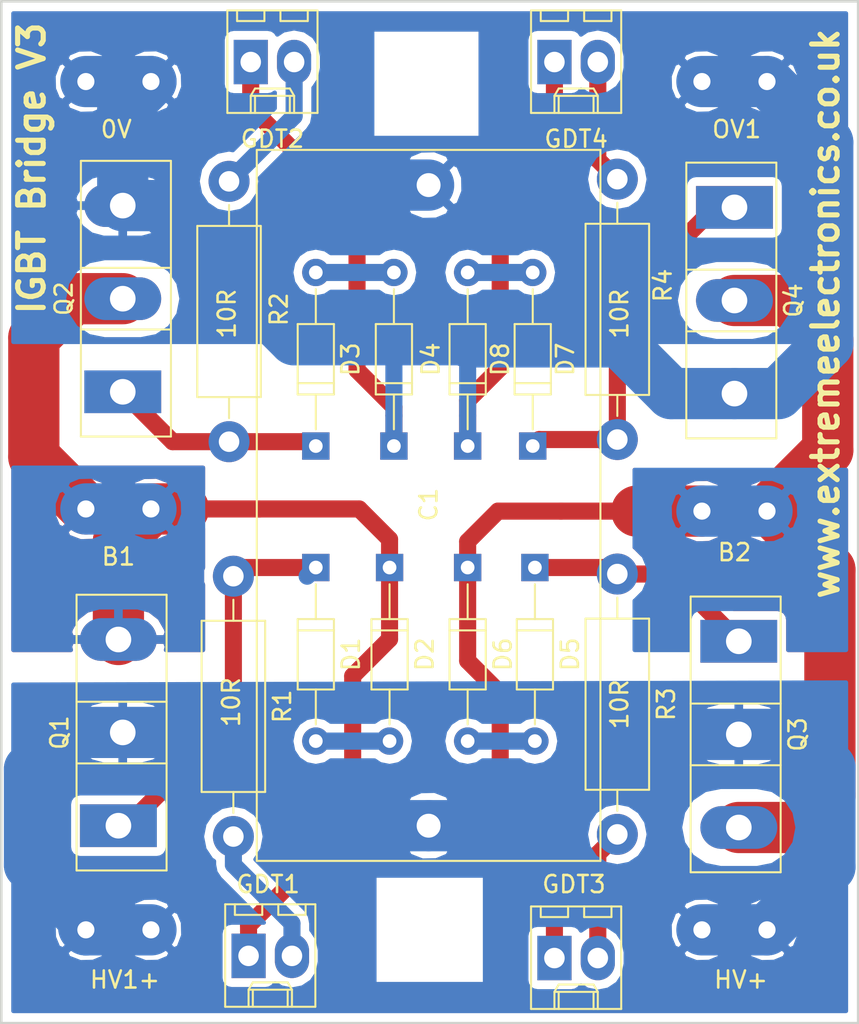
<source format=kicad_pcb>
(kicad_pcb (version 4) (host pcbnew 4.0.6)

  (general
    (links 46)
    (no_connects 0)
    (area 136.564999 33.095 188.428002 96.346001)
    (thickness 1.6)
    (drawings 6)
    (tracks 119)
    (zones 0)
    (modules 33)
    (nets 21)
  )

  (page A4)
  (layers
    (0 F.Cu signal)
    (31 B.Cu signal)
    (32 B.Adhes user)
    (33 F.Adhes user)
    (34 B.Paste user)
    (35 F.Paste user)
    (36 B.SilkS user)
    (37 F.SilkS user)
    (38 B.Mask user)
    (39 F.Mask user)
    (40 Dwgs.User user)
    (41 Cmts.User user)
    (42 Eco1.User user)
    (43 Eco2.User user)
    (44 Edge.Cuts user)
    (45 Margin user)
    (46 B.CrtYd user)
    (47 F.CrtYd user)
    (48 B.Fab user)
    (49 F.Fab user)
  )

  (setup
    (last_trace_width 1)
    (trace_clearance 0.2)
    (zone_clearance 0.508)
    (zone_45_only yes)
    (trace_min 0.2)
    (segment_width 0.2)
    (edge_width 0.15)
    (via_size 0.6)
    (via_drill 0.4)
    (via_min_size 0.4)
    (via_min_drill 0.3)
    (uvia_size 0.3)
    (uvia_drill 0.1)
    (uvias_allowed no)
    (uvia_min_size 0.2)
    (uvia_min_drill 0.1)
    (pcb_text_width 0.3)
    (pcb_text_size 1.5 1.5)
    (mod_edge_width 0.15)
    (mod_text_size 1 1)
    (mod_text_width 0.15)
    (pad_size 1.524 1.524)
    (pad_drill 0.762)
    (pad_to_mask_clearance 0.2)
    (aux_axis_origin 0 0)
    (visible_elements 7FFFFFFF)
    (pcbplotparams
      (layerselection 0x010f0_80000001)
      (usegerberextensions true)
      (excludeedgelayer true)
      (linewidth 0.100000)
      (plotframeref false)
      (viasonmask false)
      (mode 1)
      (useauxorigin false)
      (hpglpennumber 1)
      (hpglpenspeed 20)
      (hpglpendiameter 15)
      (hpglpenoverlay 2)
      (psnegative false)
      (psa4output false)
      (plotreference true)
      (plotvalue true)
      (plotinvisibletext false)
      (padsonsilk false)
      (subtractmaskfromsilk false)
      (outputformat 1)
      (mirror false)
      (drillshape 0)
      (scaleselection 1)
      (outputdirectory R:/Kicad/Bridge/plot/))
  )

  (net 0 "")
  (net 1 "Net-(D1-Pad1)")
  (net 2 "Net-(D1-Pad2)")
  (net 3 "Net-(D2-Pad1)")
  (net 4 "Net-(D3-Pad1)")
  (net 5 "Net-(D3-Pad2)")
  (net 6 "Net-(D5-Pad1)")
  (net 7 "Net-(D5-Pad2)")
  (net 8 "Net-(D6-Pad1)")
  (net 9 "Net-(D7-Pad1)")
  (net 10 "Net-(D7-Pad2)")
  (net 11 "Net-(P2-Pad2)")
  (net 12 "Net-(P3-Pad2)")
  (net 13 "Net-(P6-Pad2)")
  (net 14 "Net-(P7-Pad2)")
  (net 15 "Net-(D4-Pad1)")
  (net 16 "Net-(D8-Pad1)")
  (net 17 /HV)
  (net 18 /OV)
  (net 19 /B2)
  (net 20 /B1)

  (net_class Default "This is the default net class."
    (clearance 0.2)
    (trace_width 1)
    (via_dia 0.6)
    (via_drill 0.4)
    (uvia_dia 0.3)
    (uvia_drill 0.1)
    (add_net "Net-(D1-Pad1)")
    (add_net "Net-(D1-Pad2)")
    (add_net "Net-(D2-Pad1)")
    (add_net "Net-(D3-Pad1)")
    (add_net "Net-(D3-Pad2)")
    (add_net "Net-(D4-Pad1)")
    (add_net "Net-(D5-Pad1)")
    (add_net "Net-(D5-Pad2)")
    (add_net "Net-(D6-Pad1)")
    (add_net "Net-(D7-Pad1)")
    (add_net "Net-(D7-Pad2)")
    (add_net "Net-(D8-Pad1)")
    (add_net "Net-(P2-Pad2)")
    (add_net "Net-(P3-Pad2)")
    (add_net "Net-(P6-Pad2)")
    (add_net "Net-(P7-Pad2)")
  )

  (net_class HVPower ""
    (clearance 1)
    (trace_width 3)
    (via_dia 0.6)
    (via_drill 0.4)
    (uvia_dia 0.3)
    (uvia_drill 0.1)
    (add_net /B1)
    (add_net /B2)
    (add_net /HV)
    (add_net /OV)
  )

  (module Capacitors_ThroughHole:C_Rect_L41.5mm_W20.0mm_P37.50mm_MKS4 (layer F.Cu) (tedit 59C8EFC4) (tstamp 59B5A264)
    (at 162.433 84.074 90)
    (descr "C, Rect series, Radial, pin pitch=37.50mm, , length*width=41.5*20mm^2, Capacitor, http://www.wima.com/EN/WIMA_MKS_4.pdf")
    (tags "C Rect series Radial pin pitch 37.50mm  length 41.5mm width 20mm Capacitor")
    (path /59B5AB20)
    (fp_text reference C1 (at 18.796 0 90) (layer F.SilkS)
      (effects (font (size 1 1) (thickness 0.15)))
    )
    (fp_text value C (at 18.75 11.31 90) (layer F.Fab) hide
      (effects (font (size 1 1) (thickness 0.15)))
    )
    (fp_line (start -2 -10) (end -2 10) (layer F.Fab) (width 0.1))
    (fp_line (start -2 10) (end 39.5 10) (layer F.Fab) (width 0.1))
    (fp_line (start 39.5 10) (end 39.5 -10) (layer F.Fab) (width 0.1))
    (fp_line (start 39.5 -10) (end -2 -10) (layer F.Fab) (width 0.1))
    (fp_line (start -2.06 -10.06) (end 39.56 -10.06) (layer F.SilkS) (width 0.12))
    (fp_line (start -2.06 10.06) (end 39.56 10.06) (layer F.SilkS) (width 0.12))
    (fp_line (start -2.06 -10.06) (end -2.06 10.06) (layer F.SilkS) (width 0.12))
    (fp_line (start 39.56 -10.06) (end 39.56 10.06) (layer F.SilkS) (width 0.12))
    (fp_line (start -2.35 -10.35) (end -2.35 10.35) (layer F.CrtYd) (width 0.05))
    (fp_line (start -2.35 10.35) (end 39.85 10.35) (layer F.CrtYd) (width 0.05))
    (fp_line (start 39.85 10.35) (end 39.85 -10.35) (layer F.CrtYd) (width 0.05))
    (fp_line (start 39.85 -10.35) (end -2.35 -10.35) (layer F.CrtYd) (width 0.05))
    (fp_text user %R (at 18.75 0 90) (layer F.Fab)
      (effects (font (size 1 1) (thickness 0.15)))
    )
    (pad 1 thru_hole circle (at 0 0 90) (size 2.8 2.8) (drill 1.4) (layers *.Cu *.Mask)
      (net 17 /HV))
    (pad 2 thru_hole circle (at 37.5 0 90) (size 2.8 2.8) (drill 1.4) (layers *.Cu *.Mask)
      (net 18 /OV))
    (model ${KISYS3DMOD}/Capacitors_THT.3dshapes/C_Rect_L41.5mm_W20.0mm_P37.50mm_MKS4.wrl
      (at (xyz 0 0 0))
      (scale (xyz 1 1 1))
      (rotate (xyz 0 0 0))
    )
  )

  (module Diodes_ThroughHole:D_DO-35_SOD27_P10.16mm_Horizontal (layer F.Cu) (tedit 5921392E) (tstamp 59B5A27D)
    (at 155.829 68.961 270)
    (descr "D, DO-35_SOD27 series, Axial, Horizontal, pin pitch=10.16mm, , length*diameter=4*2mm^2, , http://www.diodes.com/_files/packages/DO-35.pdf")
    (tags "D DO-35_SOD27 series Axial Horizontal pin pitch 10.16mm  length 4mm diameter 2mm")
    (path /59B59A70)
    (fp_text reference D1 (at 5.08 -2.06 270) (layer F.SilkS)
      (effects (font (size 1 1) (thickness 0.15)))
    )
    (fp_text value D_Zener (at 5.08 2.06 270) (layer F.Fab)
      (effects (font (size 1 1) (thickness 0.15)))
    )
    (fp_text user %R (at 5.08 0 270) (layer F.Fab)
      (effects (font (size 1 1) (thickness 0.15)))
    )
    (fp_line (start 3.08 -1) (end 3.08 1) (layer F.Fab) (width 0.1))
    (fp_line (start 3.08 1) (end 7.08 1) (layer F.Fab) (width 0.1))
    (fp_line (start 7.08 1) (end 7.08 -1) (layer F.Fab) (width 0.1))
    (fp_line (start 7.08 -1) (end 3.08 -1) (layer F.Fab) (width 0.1))
    (fp_line (start 0 0) (end 3.08 0) (layer F.Fab) (width 0.1))
    (fp_line (start 10.16 0) (end 7.08 0) (layer F.Fab) (width 0.1))
    (fp_line (start 3.68 -1) (end 3.68 1) (layer F.Fab) (width 0.1))
    (fp_line (start 3.02 -1.06) (end 3.02 1.06) (layer F.SilkS) (width 0.12))
    (fp_line (start 3.02 1.06) (end 7.14 1.06) (layer F.SilkS) (width 0.12))
    (fp_line (start 7.14 1.06) (end 7.14 -1.06) (layer F.SilkS) (width 0.12))
    (fp_line (start 7.14 -1.06) (end 3.02 -1.06) (layer F.SilkS) (width 0.12))
    (fp_line (start 0.98 0) (end 3.02 0) (layer F.SilkS) (width 0.12))
    (fp_line (start 9.18 0) (end 7.14 0) (layer F.SilkS) (width 0.12))
    (fp_line (start 3.68 -1.06) (end 3.68 1.06) (layer F.SilkS) (width 0.12))
    (fp_line (start -1.05 -1.35) (end -1.05 1.35) (layer F.CrtYd) (width 0.05))
    (fp_line (start -1.05 1.35) (end 11.25 1.35) (layer F.CrtYd) (width 0.05))
    (fp_line (start 11.25 1.35) (end 11.25 -1.35) (layer F.CrtYd) (width 0.05))
    (fp_line (start 11.25 -1.35) (end -1.05 -1.35) (layer F.CrtYd) (width 0.05))
    (pad 1 thru_hole rect (at 0 0 270) (size 1.6 1.6) (drill 0.8) (layers *.Cu *.Mask)
      (net 1 "Net-(D1-Pad1)"))
    (pad 2 thru_hole oval (at 10.16 0 270) (size 1.6 1.6) (drill 0.8) (layers *.Cu *.Mask)
      (net 2 "Net-(D1-Pad2)"))
    (model ${KISYS3DMOD}/Diodes_THT.3dshapes/D_DO-35_SOD27_P10.16mm_Horizontal.wrl
      (at (xyz 0 0 0))
      (scale (xyz 0.393701 0.393701 0.393701))
      (rotate (xyz 0 0 0))
    )
  )

  (module Diodes_ThroughHole:D_DO-35_SOD27_P10.16mm_Horizontal (layer F.Cu) (tedit 5921392E) (tstamp 59B5A296)
    (at 160.147 68.961 270)
    (descr "D, DO-35_SOD27 series, Axial, Horizontal, pin pitch=10.16mm, , length*diameter=4*2mm^2, , http://www.diodes.com/_files/packages/DO-35.pdf")
    (tags "D DO-35_SOD27 series Axial Horizontal pin pitch 10.16mm  length 4mm diameter 2mm")
    (path /59B59AB3)
    (fp_text reference D2 (at 5.08 -2.06 270) (layer F.SilkS)
      (effects (font (size 1 1) (thickness 0.15)))
    )
    (fp_text value D_Zener (at 5.08 2.06 270) (layer F.Fab)
      (effects (font (size 1 1) (thickness 0.15)))
    )
    (fp_text user %R (at 5.08 0 270) (layer F.Fab)
      (effects (font (size 1 1) (thickness 0.15)))
    )
    (fp_line (start 3.08 -1) (end 3.08 1) (layer F.Fab) (width 0.1))
    (fp_line (start 3.08 1) (end 7.08 1) (layer F.Fab) (width 0.1))
    (fp_line (start 7.08 1) (end 7.08 -1) (layer F.Fab) (width 0.1))
    (fp_line (start 7.08 -1) (end 3.08 -1) (layer F.Fab) (width 0.1))
    (fp_line (start 0 0) (end 3.08 0) (layer F.Fab) (width 0.1))
    (fp_line (start 10.16 0) (end 7.08 0) (layer F.Fab) (width 0.1))
    (fp_line (start 3.68 -1) (end 3.68 1) (layer F.Fab) (width 0.1))
    (fp_line (start 3.02 -1.06) (end 3.02 1.06) (layer F.SilkS) (width 0.12))
    (fp_line (start 3.02 1.06) (end 7.14 1.06) (layer F.SilkS) (width 0.12))
    (fp_line (start 7.14 1.06) (end 7.14 -1.06) (layer F.SilkS) (width 0.12))
    (fp_line (start 7.14 -1.06) (end 3.02 -1.06) (layer F.SilkS) (width 0.12))
    (fp_line (start 0.98 0) (end 3.02 0) (layer F.SilkS) (width 0.12))
    (fp_line (start 9.18 0) (end 7.14 0) (layer F.SilkS) (width 0.12))
    (fp_line (start 3.68 -1.06) (end 3.68 1.06) (layer F.SilkS) (width 0.12))
    (fp_line (start -1.05 -1.35) (end -1.05 1.35) (layer F.CrtYd) (width 0.05))
    (fp_line (start -1.05 1.35) (end 11.25 1.35) (layer F.CrtYd) (width 0.05))
    (fp_line (start 11.25 1.35) (end 11.25 -1.35) (layer F.CrtYd) (width 0.05))
    (fp_line (start 11.25 -1.35) (end -1.05 -1.35) (layer F.CrtYd) (width 0.05))
    (pad 1 thru_hole rect (at 0 0 270) (size 1.6 1.6) (drill 0.8) (layers *.Cu *.Mask)
      (net 3 "Net-(D2-Pad1)"))
    (pad 2 thru_hole oval (at 10.16 0 270) (size 1.6 1.6) (drill 0.8) (layers *.Cu *.Mask)
      (net 2 "Net-(D1-Pad2)"))
    (model ${KISYS3DMOD}/Diodes_THT.3dshapes/D_DO-35_SOD27_P10.16mm_Horizontal.wrl
      (at (xyz 0 0 0))
      (scale (xyz 0.393701 0.393701 0.393701))
      (rotate (xyz 0 0 0))
    )
  )

  (module Diodes_ThroughHole:D_DO-35_SOD27_P10.16mm_Horizontal (layer F.Cu) (tedit 59C90AAF) (tstamp 59B5A2AF)
    (at 155.829 61.849 90)
    (descr "D, DO-35_SOD27 series, Axial, Horizontal, pin pitch=10.16mm, , length*diameter=4*2mm^2, , http://www.diodes.com/_files/packages/DO-35.pdf")
    (tags "D DO-35_SOD27 series Axial Horizontal pin pitch 10.16mm  length 4mm diameter 2mm")
    (path /59B59B10)
    (fp_text reference D3 (at 5.08 2.032 90) (layer F.SilkS)
      (effects (font (size 1 1) (thickness 0.15)))
    )
    (fp_text value D_Zener (at 5.08 2.06 90) (layer F.Fab)
      (effects (font (size 1 1) (thickness 0.15)))
    )
    (fp_text user %R (at 5.08 0 90) (layer F.Fab)
      (effects (font (size 1 1) (thickness 0.15)))
    )
    (fp_line (start 3.08 -1) (end 3.08 1) (layer F.Fab) (width 0.1))
    (fp_line (start 3.08 1) (end 7.08 1) (layer F.Fab) (width 0.1))
    (fp_line (start 7.08 1) (end 7.08 -1) (layer F.Fab) (width 0.1))
    (fp_line (start 7.08 -1) (end 3.08 -1) (layer F.Fab) (width 0.1))
    (fp_line (start 0 0) (end 3.08 0) (layer F.Fab) (width 0.1))
    (fp_line (start 10.16 0) (end 7.08 0) (layer F.Fab) (width 0.1))
    (fp_line (start 3.68 -1) (end 3.68 1) (layer F.Fab) (width 0.1))
    (fp_line (start 3.02 -1.06) (end 3.02 1.06) (layer F.SilkS) (width 0.12))
    (fp_line (start 3.02 1.06) (end 7.14 1.06) (layer F.SilkS) (width 0.12))
    (fp_line (start 7.14 1.06) (end 7.14 -1.06) (layer F.SilkS) (width 0.12))
    (fp_line (start 7.14 -1.06) (end 3.02 -1.06) (layer F.SilkS) (width 0.12))
    (fp_line (start 0.98 0) (end 3.02 0) (layer F.SilkS) (width 0.12))
    (fp_line (start 9.18 0) (end 7.14 0) (layer F.SilkS) (width 0.12))
    (fp_line (start 3.68 -1.06) (end 3.68 1.06) (layer F.SilkS) (width 0.12))
    (fp_line (start -1.05 -1.35) (end -1.05 1.35) (layer F.CrtYd) (width 0.05))
    (fp_line (start -1.05 1.35) (end 11.25 1.35) (layer F.CrtYd) (width 0.05))
    (fp_line (start 11.25 1.35) (end 11.25 -1.35) (layer F.CrtYd) (width 0.05))
    (fp_line (start 11.25 -1.35) (end -1.05 -1.35) (layer F.CrtYd) (width 0.05))
    (pad 1 thru_hole rect (at 0 0 90) (size 1.6 1.6) (drill 0.8) (layers *.Cu *.Mask)
      (net 4 "Net-(D3-Pad1)"))
    (pad 2 thru_hole oval (at 10.16 0 90) (size 1.6 1.6) (drill 0.8) (layers *.Cu *.Mask)
      (net 5 "Net-(D3-Pad2)"))
    (model ${KISYS3DMOD}/Diodes_THT.3dshapes/D_DO-35_SOD27_P10.16mm_Horizontal.wrl
      (at (xyz 0 0 0))
      (scale (xyz 0.393701 0.393701 0.393701))
      (rotate (xyz 0 0 0))
    )
  )

  (module Diodes_ThroughHole:D_DO-35_SOD27_P10.16mm_Horizontal (layer F.Cu) (tedit 59C90AA6) (tstamp 59B5A2C8)
    (at 160.401 61.849 90)
    (descr "D, DO-35_SOD27 series, Axial, Horizontal, pin pitch=10.16mm, , length*diameter=4*2mm^2, , http://www.diodes.com/_files/packages/DO-35.pdf")
    (tags "D DO-35_SOD27 series Axial Horizontal pin pitch 10.16mm  length 4mm diameter 2mm")
    (path /59B59B47)
    (fp_text reference D4 (at 5.08 2.159 90) (layer F.SilkS)
      (effects (font (size 1 1) (thickness 0.15)))
    )
    (fp_text value D_Zener (at 5.08 2.06 90) (layer F.Fab)
      (effects (font (size 1 1) (thickness 0.15)))
    )
    (fp_text user %R (at 5.08 0 90) (layer F.Fab)
      (effects (font (size 1 1) (thickness 0.15)))
    )
    (fp_line (start 3.08 -1) (end 3.08 1) (layer F.Fab) (width 0.1))
    (fp_line (start 3.08 1) (end 7.08 1) (layer F.Fab) (width 0.1))
    (fp_line (start 7.08 1) (end 7.08 -1) (layer F.Fab) (width 0.1))
    (fp_line (start 7.08 -1) (end 3.08 -1) (layer F.Fab) (width 0.1))
    (fp_line (start 0 0) (end 3.08 0) (layer F.Fab) (width 0.1))
    (fp_line (start 10.16 0) (end 7.08 0) (layer F.Fab) (width 0.1))
    (fp_line (start 3.68 -1) (end 3.68 1) (layer F.Fab) (width 0.1))
    (fp_line (start 3.02 -1.06) (end 3.02 1.06) (layer F.SilkS) (width 0.12))
    (fp_line (start 3.02 1.06) (end 7.14 1.06) (layer F.SilkS) (width 0.12))
    (fp_line (start 7.14 1.06) (end 7.14 -1.06) (layer F.SilkS) (width 0.12))
    (fp_line (start 7.14 -1.06) (end 3.02 -1.06) (layer F.SilkS) (width 0.12))
    (fp_line (start 0.98 0) (end 3.02 0) (layer F.SilkS) (width 0.12))
    (fp_line (start 9.18 0) (end 7.14 0) (layer F.SilkS) (width 0.12))
    (fp_line (start 3.68 -1.06) (end 3.68 1.06) (layer F.SilkS) (width 0.12))
    (fp_line (start -1.05 -1.35) (end -1.05 1.35) (layer F.CrtYd) (width 0.05))
    (fp_line (start -1.05 1.35) (end 11.25 1.35) (layer F.CrtYd) (width 0.05))
    (fp_line (start 11.25 1.35) (end 11.25 -1.35) (layer F.CrtYd) (width 0.05))
    (fp_line (start 11.25 -1.35) (end -1.05 -1.35) (layer F.CrtYd) (width 0.05))
    (pad 1 thru_hole rect (at 0 0 90) (size 1.6 1.6) (drill 0.8) (layers *.Cu *.Mask)
      (net 15 "Net-(D4-Pad1)"))
    (pad 2 thru_hole oval (at 10.16 0 90) (size 1.6 1.6) (drill 0.8) (layers *.Cu *.Mask)
      (net 5 "Net-(D3-Pad2)"))
    (model ${KISYS3DMOD}/Diodes_THT.3dshapes/D_DO-35_SOD27_P10.16mm_Horizontal.wrl
      (at (xyz 0 0 0))
      (scale (xyz 0.393701 0.393701 0.393701))
      (rotate (xyz 0 0 0))
    )
  )

  (module Diodes_ThroughHole:D_DO-35_SOD27_P10.16mm_Horizontal (layer F.Cu) (tedit 5921392E) (tstamp 59B5A2E1)
    (at 168.656 68.961 270)
    (descr "D, DO-35_SOD27 series, Axial, Horizontal, pin pitch=10.16mm, , length*diameter=4*2mm^2, , http://www.diodes.com/_files/packages/DO-35.pdf")
    (tags "D DO-35_SOD27 series Axial Horizontal pin pitch 10.16mm  length 4mm diameter 2mm")
    (path /59B59B7A)
    (fp_text reference D5 (at 5.08 -2.06 270) (layer F.SilkS)
      (effects (font (size 1 1) (thickness 0.15)))
    )
    (fp_text value D_Zener (at 5.08 2.06 270) (layer F.Fab)
      (effects (font (size 1 1) (thickness 0.15)))
    )
    (fp_text user %R (at 5.08 0 270) (layer F.Fab)
      (effects (font (size 1 1) (thickness 0.15)))
    )
    (fp_line (start 3.08 -1) (end 3.08 1) (layer F.Fab) (width 0.1))
    (fp_line (start 3.08 1) (end 7.08 1) (layer F.Fab) (width 0.1))
    (fp_line (start 7.08 1) (end 7.08 -1) (layer F.Fab) (width 0.1))
    (fp_line (start 7.08 -1) (end 3.08 -1) (layer F.Fab) (width 0.1))
    (fp_line (start 0 0) (end 3.08 0) (layer F.Fab) (width 0.1))
    (fp_line (start 10.16 0) (end 7.08 0) (layer F.Fab) (width 0.1))
    (fp_line (start 3.68 -1) (end 3.68 1) (layer F.Fab) (width 0.1))
    (fp_line (start 3.02 -1.06) (end 3.02 1.06) (layer F.SilkS) (width 0.12))
    (fp_line (start 3.02 1.06) (end 7.14 1.06) (layer F.SilkS) (width 0.12))
    (fp_line (start 7.14 1.06) (end 7.14 -1.06) (layer F.SilkS) (width 0.12))
    (fp_line (start 7.14 -1.06) (end 3.02 -1.06) (layer F.SilkS) (width 0.12))
    (fp_line (start 0.98 0) (end 3.02 0) (layer F.SilkS) (width 0.12))
    (fp_line (start 9.18 0) (end 7.14 0) (layer F.SilkS) (width 0.12))
    (fp_line (start 3.68 -1.06) (end 3.68 1.06) (layer F.SilkS) (width 0.12))
    (fp_line (start -1.05 -1.35) (end -1.05 1.35) (layer F.CrtYd) (width 0.05))
    (fp_line (start -1.05 1.35) (end 11.25 1.35) (layer F.CrtYd) (width 0.05))
    (fp_line (start 11.25 1.35) (end 11.25 -1.35) (layer F.CrtYd) (width 0.05))
    (fp_line (start 11.25 -1.35) (end -1.05 -1.35) (layer F.CrtYd) (width 0.05))
    (pad 1 thru_hole rect (at 0 0 270) (size 1.6 1.6) (drill 0.8) (layers *.Cu *.Mask)
      (net 6 "Net-(D5-Pad1)"))
    (pad 2 thru_hole oval (at 10.16 0 270) (size 1.6 1.6) (drill 0.8) (layers *.Cu *.Mask)
      (net 7 "Net-(D5-Pad2)"))
    (model ${KISYS3DMOD}/Diodes_THT.3dshapes/D_DO-35_SOD27_P10.16mm_Horizontal.wrl
      (at (xyz 0 0 0))
      (scale (xyz 0.393701 0.393701 0.393701))
      (rotate (xyz 0 0 0))
    )
  )

  (module Diodes_ThroughHole:D_DO-35_SOD27_P10.16mm_Horizontal (layer F.Cu) (tedit 5921392E) (tstamp 59B5A2FA)
    (at 164.719 68.961 270)
    (descr "D, DO-35_SOD27 series, Axial, Horizontal, pin pitch=10.16mm, , length*diameter=4*2mm^2, , http://www.diodes.com/_files/packages/DO-35.pdf")
    (tags "D DO-35_SOD27 series Axial Horizontal pin pitch 10.16mm  length 4mm diameter 2mm")
    (path /59B59BAF)
    (fp_text reference D6 (at 5.08 -2.06 270) (layer F.SilkS)
      (effects (font (size 1 1) (thickness 0.15)))
    )
    (fp_text value D_Zener (at 5.08 2.06 270) (layer F.Fab)
      (effects (font (size 1 1) (thickness 0.15)))
    )
    (fp_text user %R (at 5.08 0 270) (layer F.Fab)
      (effects (font (size 1 1) (thickness 0.15)))
    )
    (fp_line (start 3.08 -1) (end 3.08 1) (layer F.Fab) (width 0.1))
    (fp_line (start 3.08 1) (end 7.08 1) (layer F.Fab) (width 0.1))
    (fp_line (start 7.08 1) (end 7.08 -1) (layer F.Fab) (width 0.1))
    (fp_line (start 7.08 -1) (end 3.08 -1) (layer F.Fab) (width 0.1))
    (fp_line (start 0 0) (end 3.08 0) (layer F.Fab) (width 0.1))
    (fp_line (start 10.16 0) (end 7.08 0) (layer F.Fab) (width 0.1))
    (fp_line (start 3.68 -1) (end 3.68 1) (layer F.Fab) (width 0.1))
    (fp_line (start 3.02 -1.06) (end 3.02 1.06) (layer F.SilkS) (width 0.12))
    (fp_line (start 3.02 1.06) (end 7.14 1.06) (layer F.SilkS) (width 0.12))
    (fp_line (start 7.14 1.06) (end 7.14 -1.06) (layer F.SilkS) (width 0.12))
    (fp_line (start 7.14 -1.06) (end 3.02 -1.06) (layer F.SilkS) (width 0.12))
    (fp_line (start 0.98 0) (end 3.02 0) (layer F.SilkS) (width 0.12))
    (fp_line (start 9.18 0) (end 7.14 0) (layer F.SilkS) (width 0.12))
    (fp_line (start 3.68 -1.06) (end 3.68 1.06) (layer F.SilkS) (width 0.12))
    (fp_line (start -1.05 -1.35) (end -1.05 1.35) (layer F.CrtYd) (width 0.05))
    (fp_line (start -1.05 1.35) (end 11.25 1.35) (layer F.CrtYd) (width 0.05))
    (fp_line (start 11.25 1.35) (end 11.25 -1.35) (layer F.CrtYd) (width 0.05))
    (fp_line (start 11.25 -1.35) (end -1.05 -1.35) (layer F.CrtYd) (width 0.05))
    (pad 1 thru_hole rect (at 0 0 270) (size 1.6 1.6) (drill 0.8) (layers *.Cu *.Mask)
      (net 8 "Net-(D6-Pad1)"))
    (pad 2 thru_hole oval (at 10.16 0 270) (size 1.6 1.6) (drill 0.8) (layers *.Cu *.Mask)
      (net 7 "Net-(D5-Pad2)"))
    (model ${KISYS3DMOD}/Diodes_THT.3dshapes/D_DO-35_SOD27_P10.16mm_Horizontal.wrl
      (at (xyz 0 0 0))
      (scale (xyz 0.393701 0.393701 0.393701))
      (rotate (xyz 0 0 0))
    )
  )

  (module Diodes_ThroughHole:D_DO-35_SOD27_P10.16mm_Horizontal (layer F.Cu) (tedit 59C90A8F) (tstamp 59B5A313)
    (at 168.529 61.849 90)
    (descr "D, DO-35_SOD27 series, Axial, Horizontal, pin pitch=10.16mm, , length*diameter=4*2mm^2, , http://www.diodes.com/_files/packages/DO-35.pdf")
    (tags "D DO-35_SOD27 series Axial Horizontal pin pitch 10.16mm  length 4mm diameter 2mm")
    (path /59B59BEE)
    (fp_text reference D7 (at 5.08 1.905 90) (layer F.SilkS)
      (effects (font (size 1 1) (thickness 0.15)))
    )
    (fp_text value D_Zener (at 5.08 2.06 90) (layer F.Fab)
      (effects (font (size 1 1) (thickness 0.15)))
    )
    (fp_text user %R (at 5.08 0 90) (layer F.Fab)
      (effects (font (size 1 1) (thickness 0.15)))
    )
    (fp_line (start 3.08 -1) (end 3.08 1) (layer F.Fab) (width 0.1))
    (fp_line (start 3.08 1) (end 7.08 1) (layer F.Fab) (width 0.1))
    (fp_line (start 7.08 1) (end 7.08 -1) (layer F.Fab) (width 0.1))
    (fp_line (start 7.08 -1) (end 3.08 -1) (layer F.Fab) (width 0.1))
    (fp_line (start 0 0) (end 3.08 0) (layer F.Fab) (width 0.1))
    (fp_line (start 10.16 0) (end 7.08 0) (layer F.Fab) (width 0.1))
    (fp_line (start 3.68 -1) (end 3.68 1) (layer F.Fab) (width 0.1))
    (fp_line (start 3.02 -1.06) (end 3.02 1.06) (layer F.SilkS) (width 0.12))
    (fp_line (start 3.02 1.06) (end 7.14 1.06) (layer F.SilkS) (width 0.12))
    (fp_line (start 7.14 1.06) (end 7.14 -1.06) (layer F.SilkS) (width 0.12))
    (fp_line (start 7.14 -1.06) (end 3.02 -1.06) (layer F.SilkS) (width 0.12))
    (fp_line (start 0.98 0) (end 3.02 0) (layer F.SilkS) (width 0.12))
    (fp_line (start 9.18 0) (end 7.14 0) (layer F.SilkS) (width 0.12))
    (fp_line (start 3.68 -1.06) (end 3.68 1.06) (layer F.SilkS) (width 0.12))
    (fp_line (start -1.05 -1.35) (end -1.05 1.35) (layer F.CrtYd) (width 0.05))
    (fp_line (start -1.05 1.35) (end 11.25 1.35) (layer F.CrtYd) (width 0.05))
    (fp_line (start 11.25 1.35) (end 11.25 -1.35) (layer F.CrtYd) (width 0.05))
    (fp_line (start 11.25 -1.35) (end -1.05 -1.35) (layer F.CrtYd) (width 0.05))
    (pad 1 thru_hole rect (at 0 0 90) (size 1.6 1.6) (drill 0.8) (layers *.Cu *.Mask)
      (net 9 "Net-(D7-Pad1)"))
    (pad 2 thru_hole oval (at 10.16 0 90) (size 1.6 1.6) (drill 0.8) (layers *.Cu *.Mask)
      (net 10 "Net-(D7-Pad2)"))
    (model ${KISYS3DMOD}/Diodes_THT.3dshapes/D_DO-35_SOD27_P10.16mm_Horizontal.wrl
      (at (xyz 0 0 0))
      (scale (xyz 0.393701 0.393701 0.393701))
      (rotate (xyz 0 0 0))
    )
  )

  (module Diodes_ThroughHole:D_DO-35_SOD27_P10.16mm_Horizontal (layer F.Cu) (tedit 59C90A9A) (tstamp 59B5A32C)
    (at 164.719 61.849 90)
    (descr "D, DO-35_SOD27 series, Axial, Horizontal, pin pitch=10.16mm, , length*diameter=4*2mm^2, , http://www.diodes.com/_files/packages/DO-35.pdf")
    (tags "D DO-35_SOD27 series Axial Horizontal pin pitch 10.16mm  length 4mm diameter 2mm")
    (path /59B59C4B)
    (fp_text reference D8 (at 5.08 1.905 90) (layer F.SilkS)
      (effects (font (size 1 1) (thickness 0.15)))
    )
    (fp_text value D_Zener (at 5.08 2.06 90) (layer F.Fab)
      (effects (font (size 1 1) (thickness 0.15)))
    )
    (fp_text user %R (at 5.08 0 90) (layer F.Fab)
      (effects (font (size 1 1) (thickness 0.15)))
    )
    (fp_line (start 3.08 -1) (end 3.08 1) (layer F.Fab) (width 0.1))
    (fp_line (start 3.08 1) (end 7.08 1) (layer F.Fab) (width 0.1))
    (fp_line (start 7.08 1) (end 7.08 -1) (layer F.Fab) (width 0.1))
    (fp_line (start 7.08 -1) (end 3.08 -1) (layer F.Fab) (width 0.1))
    (fp_line (start 0 0) (end 3.08 0) (layer F.Fab) (width 0.1))
    (fp_line (start 10.16 0) (end 7.08 0) (layer F.Fab) (width 0.1))
    (fp_line (start 3.68 -1) (end 3.68 1) (layer F.Fab) (width 0.1))
    (fp_line (start 3.02 -1.06) (end 3.02 1.06) (layer F.SilkS) (width 0.12))
    (fp_line (start 3.02 1.06) (end 7.14 1.06) (layer F.SilkS) (width 0.12))
    (fp_line (start 7.14 1.06) (end 7.14 -1.06) (layer F.SilkS) (width 0.12))
    (fp_line (start 7.14 -1.06) (end 3.02 -1.06) (layer F.SilkS) (width 0.12))
    (fp_line (start 0.98 0) (end 3.02 0) (layer F.SilkS) (width 0.12))
    (fp_line (start 9.18 0) (end 7.14 0) (layer F.SilkS) (width 0.12))
    (fp_line (start 3.68 -1.06) (end 3.68 1.06) (layer F.SilkS) (width 0.12))
    (fp_line (start -1.05 -1.35) (end -1.05 1.35) (layer F.CrtYd) (width 0.05))
    (fp_line (start -1.05 1.35) (end 11.25 1.35) (layer F.CrtYd) (width 0.05))
    (fp_line (start 11.25 1.35) (end 11.25 -1.35) (layer F.CrtYd) (width 0.05))
    (fp_line (start 11.25 -1.35) (end -1.05 -1.35) (layer F.CrtYd) (width 0.05))
    (pad 1 thru_hole rect (at 0 0 90) (size 1.6 1.6) (drill 0.8) (layers *.Cu *.Mask)
      (net 16 "Net-(D8-Pad1)"))
    (pad 2 thru_hole oval (at 10.16 0 90) (size 1.6 1.6) (drill 0.8) (layers *.Cu *.Mask)
      (net 10 "Net-(D7-Pad2)"))
    (model ${KISYS3DMOD}/Diodes_THT.3dshapes/D_DO-35_SOD27_P10.16mm_Horizontal.wrl
      (at (xyz 0 0 0))
      (scale (xyz 0.393701 0.393701 0.393701))
      (rotate (xyz 0 0 0))
    )
  )

  (module Wire_Pads:SolderWirePad_2x_1mmDrill (layer F.Cu) (tedit 59C8EE94) (tstamp 59B5A332)
    (at 144.272 90.17)
    (path /59B5C281)
    (fp_text reference P1 (at 0 -3.81) (layer F.SilkS) hide
      (effects (font (size 1 1) (thickness 0.15)))
    )
    (fp_text value HV1+ (at 0.381 2.921) (layer F.SilkS)
      (effects (font (size 1 1) (thickness 0.15)))
    )
    (pad 1 thru_hole circle (at -1.905 0) (size 2.49936 2.49936) (drill 1.00076) (layers *.Cu *.Mask)
      (net 17 /HV))
    (pad 1 thru_hole circle (at 1.905 0) (size 2.49936 2.49936) (drill 1.00076) (layers *.Cu *.Mask)
      (net 17 /HV))
  )

  (module Connectors_Molex:Molex_KK-6410-02_02x2.54mm_Straight (layer F.Cu) (tedit 59C80822) (tstamp 59B5A353)
    (at 151.892 91.694)
    (descr "Connector Headers with Friction Lock, 22-27-2021, http://www.molex.com/pdm_docs/sd/022272021_sd.pdf")
    (tags "connector molex kk_6410 22-27-2021")
    (path /59B5A477)
    (fp_text reference P2 (at 1 -4.5) (layer F.SilkS) hide
      (effects (font (size 1 1) (thickness 0.15)))
    )
    (fp_text value GDT1 (at 1.143 -4.191) (layer F.SilkS)
      (effects (font (size 1 1) (thickness 0.15)))
    )
    (fp_line (start -1.47 -3.12) (end -1.47 3.08) (layer F.Fab) (width 0.12))
    (fp_line (start -1.47 3.08) (end 4.01 3.08) (layer F.Fab) (width 0.12))
    (fp_line (start 4.01 3.08) (end 4.01 -3.12) (layer F.Fab) (width 0.12))
    (fp_line (start 4.01 -3.12) (end -1.47 -3.12) (layer F.Fab) (width 0.12))
    (fp_line (start -1.37 -3.02) (end -1.37 2.98) (layer F.SilkS) (width 0.12))
    (fp_line (start -1.37 2.98) (end 3.91 2.98) (layer F.SilkS) (width 0.12))
    (fp_line (start 3.91 2.98) (end 3.91 -3.02) (layer F.SilkS) (width 0.12))
    (fp_line (start 3.91 -3.02) (end -1.37 -3.02) (layer F.SilkS) (width 0.12))
    (fp_line (start 0 2.98) (end 0 1.98) (layer F.SilkS) (width 0.12))
    (fp_line (start 0 1.98) (end 2.54 1.98) (layer F.SilkS) (width 0.12))
    (fp_line (start 2.54 1.98) (end 2.54 2.98) (layer F.SilkS) (width 0.12))
    (fp_line (start 0 1.98) (end 0.25 1.55) (layer F.SilkS) (width 0.12))
    (fp_line (start 0.25 1.55) (end 2.29 1.55) (layer F.SilkS) (width 0.12))
    (fp_line (start 2.29 1.55) (end 2.54 1.98) (layer F.SilkS) (width 0.12))
    (fp_line (start 0.25 2.98) (end 0.25 1.98) (layer F.SilkS) (width 0.12))
    (fp_line (start 2.29 2.98) (end 2.29 1.98) (layer F.SilkS) (width 0.12))
    (fp_line (start -0.8 -3.02) (end -0.8 -2.4) (layer F.SilkS) (width 0.12))
    (fp_line (start -0.8 -2.4) (end 0.8 -2.4) (layer F.SilkS) (width 0.12))
    (fp_line (start 0.8 -2.4) (end 0.8 -3.02) (layer F.SilkS) (width 0.12))
    (fp_line (start 1.74 -3.02) (end 1.74 -2.4) (layer F.SilkS) (width 0.12))
    (fp_line (start 1.74 -2.4) (end 3.34 -2.4) (layer F.SilkS) (width 0.12))
    (fp_line (start 3.34 -2.4) (end 3.34 -3.02) (layer F.SilkS) (width 0.12))
    (fp_line (start -1.9 3.5) (end -1.9 -3.55) (layer F.CrtYd) (width 0.05))
    (fp_line (start -1.9 -3.55) (end 4.45 -3.55) (layer F.CrtYd) (width 0.05))
    (fp_line (start 4.45 -3.55) (end 4.45 3.5) (layer F.CrtYd) (width 0.05))
    (fp_line (start 4.45 3.5) (end -1.9 3.5) (layer F.CrtYd) (width 0.05))
    (fp_text user %R (at 1.27 0) (layer F.Fab)
      (effects (font (size 1 1) (thickness 0.15)))
    )
    (pad 1 thru_hole rect (at 0 0) (size 2 2.6) (drill 1.2) (layers *.Cu *.Mask)
      (net 3 "Net-(D2-Pad1)"))
    (pad 2 thru_hole oval (at 2.54 0) (size 2 2.6) (drill 1.2) (layers *.Cu *.Mask)
      (net 11 "Net-(P2-Pad2)"))
    (model ${KISYS3DMOD}/Connectors_Molex.3dshapes/Molex_KK-6410-02_02x2.54mm_Straight.wrl
      (at (xyz 0 0 0))
      (scale (xyz 1 1 1))
      (rotate (xyz 0 0 0))
    )
  )

  (module Connectors_Molex:Molex_KK-6410-02_02x2.54mm_Straight (layer F.Cu) (tedit 59C8EE5B) (tstamp 59B5A374)
    (at 152.019 39.37)
    (descr "Connector Headers with Friction Lock, 22-27-2021, http://www.molex.com/pdm_docs/sd/022272021_sd.pdf")
    (tags "connector molex kk_6410 22-27-2021")
    (path /59B5A4DD)
    (fp_text reference P3 (at 1 -4.5) (layer F.SilkS) hide
      (effects (font (size 1 1) (thickness 0.15)))
    )
    (fp_text value GDT2 (at 1.27 4.5) (layer F.SilkS)
      (effects (font (size 1 1) (thickness 0.15)))
    )
    (fp_line (start -1.47 -3.12) (end -1.47 3.08) (layer F.Fab) (width 0.12))
    (fp_line (start -1.47 3.08) (end 4.01 3.08) (layer F.Fab) (width 0.12))
    (fp_line (start 4.01 3.08) (end 4.01 -3.12) (layer F.Fab) (width 0.12))
    (fp_line (start 4.01 -3.12) (end -1.47 -3.12) (layer F.Fab) (width 0.12))
    (fp_line (start -1.37 -3.02) (end -1.37 2.98) (layer F.SilkS) (width 0.12))
    (fp_line (start -1.37 2.98) (end 3.91 2.98) (layer F.SilkS) (width 0.12))
    (fp_line (start 3.91 2.98) (end 3.91 -3.02) (layer F.SilkS) (width 0.12))
    (fp_line (start 3.91 -3.02) (end -1.37 -3.02) (layer F.SilkS) (width 0.12))
    (fp_line (start 0 2.98) (end 0 1.98) (layer F.SilkS) (width 0.12))
    (fp_line (start 0 1.98) (end 2.54 1.98) (layer F.SilkS) (width 0.12))
    (fp_line (start 2.54 1.98) (end 2.54 2.98) (layer F.SilkS) (width 0.12))
    (fp_line (start 0 1.98) (end 0.25 1.55) (layer F.SilkS) (width 0.12))
    (fp_line (start 0.25 1.55) (end 2.29 1.55) (layer F.SilkS) (width 0.12))
    (fp_line (start 2.29 1.55) (end 2.54 1.98) (layer F.SilkS) (width 0.12))
    (fp_line (start 0.25 2.98) (end 0.25 1.98) (layer F.SilkS) (width 0.12))
    (fp_line (start 2.29 2.98) (end 2.29 1.98) (layer F.SilkS) (width 0.12))
    (fp_line (start -0.8 -3.02) (end -0.8 -2.4) (layer F.SilkS) (width 0.12))
    (fp_line (start -0.8 -2.4) (end 0.8 -2.4) (layer F.SilkS) (width 0.12))
    (fp_line (start 0.8 -2.4) (end 0.8 -3.02) (layer F.SilkS) (width 0.12))
    (fp_line (start 1.74 -3.02) (end 1.74 -2.4) (layer F.SilkS) (width 0.12))
    (fp_line (start 1.74 -2.4) (end 3.34 -2.4) (layer F.SilkS) (width 0.12))
    (fp_line (start 3.34 -2.4) (end 3.34 -3.02) (layer F.SilkS) (width 0.12))
    (fp_line (start -1.9 3.5) (end -1.9 -3.55) (layer F.CrtYd) (width 0.05))
    (fp_line (start -1.9 -3.55) (end 4.45 -3.55) (layer F.CrtYd) (width 0.05))
    (fp_line (start 4.45 -3.55) (end 4.45 3.5) (layer F.CrtYd) (width 0.05))
    (fp_line (start 4.45 3.5) (end -1.9 3.5) (layer F.CrtYd) (width 0.05))
    (fp_text user %R (at 1.27 0) (layer F.Fab)
      (effects (font (size 1 1) (thickness 0.15)))
    )
    (pad 1 thru_hole rect (at 0 0) (size 2 2.6) (drill 1.2) (layers *.Cu *.Mask)
      (net 15 "Net-(D4-Pad1)"))
    (pad 2 thru_hole oval (at 2.54 0) (size 2 2.6) (drill 1.2) (layers *.Cu *.Mask)
      (net 12 "Net-(P3-Pad2)"))
    (model ${KISYS3DMOD}/Connectors_Molex.3dshapes/Molex_KK-6410-02_02x2.54mm_Straight.wrl
      (at (xyz 0 0 0))
      (scale (xyz 1 1 1))
      (rotate (xyz 0 0 0))
    )
  )

  (module Wire_Pads:SolderWirePad_2x_1mmDrill (layer F.Cu) (tedit 59C8EE82) (tstamp 59B5A37A)
    (at 180.34 40.513)
    (path /59B5BB65)
    (fp_text reference P4 (at 0 -3.81) (layer F.SilkS) hide
      (effects (font (size 1 1) (thickness 0.15)))
    )
    (fp_text value OV1 (at 0.127 2.794) (layer F.SilkS)
      (effects (font (size 1 1) (thickness 0.15)))
    )
    (pad 1 thru_hole circle (at -1.905 0) (size 2.49936 2.49936) (drill 1.00076) (layers *.Cu *.Mask)
      (net 18 /OV))
    (pad 1 thru_hole circle (at 1.905 0) (size 2.49936 2.49936) (drill 1.00076) (layers *.Cu *.Mask)
      (net 18 /OV))
  )

  (module Wire_Pads:SolderWirePad_2x_1mmDrill (layer F.Cu) (tedit 59C8F052) (tstamp 59B5A380)
    (at 144.272 65.532)
    (path /59B5C8F8)
    (fp_text reference P5 (at 0 -3.81) (layer F.SilkS) hide
      (effects (font (size 1 1) (thickness 0.15)))
    )
    (fp_text value B1 (at 0 2.794) (layer F.SilkS)
      (effects (font (size 1 1) (thickness 0.15)))
    )
    (pad 1 thru_hole circle (at -1.905 0) (size 2.49936 2.49936) (drill 1.00076) (layers *.Cu *.Mask)
      (net 20 /B1))
    (pad 1 thru_hole circle (at 1.905 0) (size 2.49936 2.49936) (drill 1.00076) (layers *.Cu *.Mask)
      (net 20 /B1))
  )

  (module Connectors_Molex:Molex_KK-6410-02_02x2.54mm_Straight (layer F.Cu) (tedit 59C807F6) (tstamp 59B5A3A1)
    (at 169.799 91.821)
    (descr "Connector Headers with Friction Lock, 22-27-2021, http://www.molex.com/pdm_docs/sd/022272021_sd.pdf")
    (tags "connector molex kk_6410 22-27-2021")
    (path /59B5A585)
    (fp_text reference P6 (at 1 -4.5) (layer F.SilkS) hide
      (effects (font (size 1 1) (thickness 0.15)))
    )
    (fp_text value GDT3 (at 1.143 -4.318) (layer F.SilkS)
      (effects (font (size 1 1) (thickness 0.15)))
    )
    (fp_line (start -1.47 -3.12) (end -1.47 3.08) (layer F.Fab) (width 0.12))
    (fp_line (start -1.47 3.08) (end 4.01 3.08) (layer F.Fab) (width 0.12))
    (fp_line (start 4.01 3.08) (end 4.01 -3.12) (layer F.Fab) (width 0.12))
    (fp_line (start 4.01 -3.12) (end -1.47 -3.12) (layer F.Fab) (width 0.12))
    (fp_line (start -1.37 -3.02) (end -1.37 2.98) (layer F.SilkS) (width 0.12))
    (fp_line (start -1.37 2.98) (end 3.91 2.98) (layer F.SilkS) (width 0.12))
    (fp_line (start 3.91 2.98) (end 3.91 -3.02) (layer F.SilkS) (width 0.12))
    (fp_line (start 3.91 -3.02) (end -1.37 -3.02) (layer F.SilkS) (width 0.12))
    (fp_line (start 0 2.98) (end 0 1.98) (layer F.SilkS) (width 0.12))
    (fp_line (start 0 1.98) (end 2.54 1.98) (layer F.SilkS) (width 0.12))
    (fp_line (start 2.54 1.98) (end 2.54 2.98) (layer F.SilkS) (width 0.12))
    (fp_line (start 0 1.98) (end 0.25 1.55) (layer F.SilkS) (width 0.12))
    (fp_line (start 0.25 1.55) (end 2.29 1.55) (layer F.SilkS) (width 0.12))
    (fp_line (start 2.29 1.55) (end 2.54 1.98) (layer F.SilkS) (width 0.12))
    (fp_line (start 0.25 2.98) (end 0.25 1.98) (layer F.SilkS) (width 0.12))
    (fp_line (start 2.29 2.98) (end 2.29 1.98) (layer F.SilkS) (width 0.12))
    (fp_line (start -0.8 -3.02) (end -0.8 -2.4) (layer F.SilkS) (width 0.12))
    (fp_line (start -0.8 -2.4) (end 0.8 -2.4) (layer F.SilkS) (width 0.12))
    (fp_line (start 0.8 -2.4) (end 0.8 -3.02) (layer F.SilkS) (width 0.12))
    (fp_line (start 1.74 -3.02) (end 1.74 -2.4) (layer F.SilkS) (width 0.12))
    (fp_line (start 1.74 -2.4) (end 3.34 -2.4) (layer F.SilkS) (width 0.12))
    (fp_line (start 3.34 -2.4) (end 3.34 -3.02) (layer F.SilkS) (width 0.12))
    (fp_line (start -1.9 3.5) (end -1.9 -3.55) (layer F.CrtYd) (width 0.05))
    (fp_line (start -1.9 -3.55) (end 4.45 -3.55) (layer F.CrtYd) (width 0.05))
    (fp_line (start 4.45 -3.55) (end 4.45 3.5) (layer F.CrtYd) (width 0.05))
    (fp_line (start 4.45 3.5) (end -1.9 3.5) (layer F.CrtYd) (width 0.05))
    (fp_text user %R (at 1.27 0) (layer F.Fab)
      (effects (font (size 1 1) (thickness 0.15)))
    )
    (pad 1 thru_hole rect (at 0 0) (size 2 2.6) (drill 1.2) (layers *.Cu *.Mask)
      (net 8 "Net-(D6-Pad1)"))
    (pad 2 thru_hole oval (at 2.54 0) (size 2 2.6) (drill 1.2) (layers *.Cu *.Mask)
      (net 13 "Net-(P6-Pad2)"))
    (model ${KISYS3DMOD}/Connectors_Molex.3dshapes/Molex_KK-6410-02_02x2.54mm_Straight.wrl
      (at (xyz 0 0 0))
      (scale (xyz 1 1 1))
      (rotate (xyz 0 0 0))
    )
  )

  (module Connectors_Molex:Molex_KK-6410-02_02x2.54mm_Straight (layer F.Cu) (tedit 59C8EE63) (tstamp 59B5A3C2)
    (at 169.799 39.37)
    (descr "Connector Headers with Friction Lock, 22-27-2021, http://www.molex.com/pdm_docs/sd/022272021_sd.pdf")
    (tags "connector molex kk_6410 22-27-2021")
    (path /59B5A5FA)
    (fp_text reference P7 (at 1 -4.5) (layer F.SilkS) hide
      (effects (font (size 1 1) (thickness 0.15)))
    )
    (fp_text value GDT4 (at 1.27 4.5) (layer F.SilkS)
      (effects (font (size 1 1) (thickness 0.15)))
    )
    (fp_line (start -1.47 -3.12) (end -1.47 3.08) (layer F.Fab) (width 0.12))
    (fp_line (start -1.47 3.08) (end 4.01 3.08) (layer F.Fab) (width 0.12))
    (fp_line (start 4.01 3.08) (end 4.01 -3.12) (layer F.Fab) (width 0.12))
    (fp_line (start 4.01 -3.12) (end -1.47 -3.12) (layer F.Fab) (width 0.12))
    (fp_line (start -1.37 -3.02) (end -1.37 2.98) (layer F.SilkS) (width 0.12))
    (fp_line (start -1.37 2.98) (end 3.91 2.98) (layer F.SilkS) (width 0.12))
    (fp_line (start 3.91 2.98) (end 3.91 -3.02) (layer F.SilkS) (width 0.12))
    (fp_line (start 3.91 -3.02) (end -1.37 -3.02) (layer F.SilkS) (width 0.12))
    (fp_line (start 0 2.98) (end 0 1.98) (layer F.SilkS) (width 0.12))
    (fp_line (start 0 1.98) (end 2.54 1.98) (layer F.SilkS) (width 0.12))
    (fp_line (start 2.54 1.98) (end 2.54 2.98) (layer F.SilkS) (width 0.12))
    (fp_line (start 0 1.98) (end 0.25 1.55) (layer F.SilkS) (width 0.12))
    (fp_line (start 0.25 1.55) (end 2.29 1.55) (layer F.SilkS) (width 0.12))
    (fp_line (start 2.29 1.55) (end 2.54 1.98) (layer F.SilkS) (width 0.12))
    (fp_line (start 0.25 2.98) (end 0.25 1.98) (layer F.SilkS) (width 0.12))
    (fp_line (start 2.29 2.98) (end 2.29 1.98) (layer F.SilkS) (width 0.12))
    (fp_line (start -0.8 -3.02) (end -0.8 -2.4) (layer F.SilkS) (width 0.12))
    (fp_line (start -0.8 -2.4) (end 0.8 -2.4) (layer F.SilkS) (width 0.12))
    (fp_line (start 0.8 -2.4) (end 0.8 -3.02) (layer F.SilkS) (width 0.12))
    (fp_line (start 1.74 -3.02) (end 1.74 -2.4) (layer F.SilkS) (width 0.12))
    (fp_line (start 1.74 -2.4) (end 3.34 -2.4) (layer F.SilkS) (width 0.12))
    (fp_line (start 3.34 -2.4) (end 3.34 -3.02) (layer F.SilkS) (width 0.12))
    (fp_line (start -1.9 3.5) (end -1.9 -3.55) (layer F.CrtYd) (width 0.05))
    (fp_line (start -1.9 -3.55) (end 4.45 -3.55) (layer F.CrtYd) (width 0.05))
    (fp_line (start 4.45 -3.55) (end 4.45 3.5) (layer F.CrtYd) (width 0.05))
    (fp_line (start 4.45 3.5) (end -1.9 3.5) (layer F.CrtYd) (width 0.05))
    (fp_text user %R (at 1.27 0) (layer F.Fab)
      (effects (font (size 1 1) (thickness 0.15)))
    )
    (pad 1 thru_hole rect (at 0 0) (size 2 2.6) (drill 1.2) (layers *.Cu *.Mask)
      (net 16 "Net-(D8-Pad1)"))
    (pad 2 thru_hole oval (at 2.54 0) (size 2 2.6) (drill 1.2) (layers *.Cu *.Mask)
      (net 14 "Net-(P7-Pad2)"))
    (model ${KISYS3DMOD}/Connectors_Molex.3dshapes/Molex_KK-6410-02_02x2.54mm_Straight.wrl
      (at (xyz 0 0 0))
      (scale (xyz 1 1 1))
      (rotate (xyz 0 0 0))
    )
  )

  (module Wire_Pads:SolderWirePad_2x_1mmDrill (layer F.Cu) (tedit 59C8EE8B) (tstamp 59B5A3C8)
    (at 180.34 90.17)
    (path /59B5B61F)
    (fp_text reference P8 (at 0 -3.81) (layer F.SilkS) hide
      (effects (font (size 1 1) (thickness 0.15)))
    )
    (fp_text value HV+ (at 0.381 2.921) (layer F.SilkS)
      (effects (font (size 1 1) (thickness 0.15)))
    )
    (pad 1 thru_hole circle (at -1.905 0) (size 2.49936 2.49936) (drill 1.00076) (layers *.Cu *.Mask)
      (net 17 /HV))
    (pad 1 thru_hole circle (at 1.905 0) (size 2.49936 2.49936) (drill 1.00076) (layers *.Cu *.Mask)
      (net 17 /HV))
  )

  (module Wire_Pads:SolderWirePad_2x_1mmDrill (layer F.Cu) (tedit 59C8F03C) (tstamp 59B5A3CE)
    (at 180.34 65.659)
    (path /59B5C860)
    (fp_text reference P9 (at 0 -3.81) (layer F.SilkS) hide
      (effects (font (size 1 1) (thickness 0.15)))
    )
    (fp_text value B2 (at 0 2.413) (layer F.SilkS)
      (effects (font (size 1 1) (thickness 0.15)))
    )
    (pad 1 thru_hole circle (at -1.905 0) (size 2.49936 2.49936) (drill 1.00076) (layers *.Cu *.Mask)
      (net 19 /B2))
    (pad 1 thru_hole circle (at 1.905 0) (size 2.49936 2.49936) (drill 1.00076) (layers *.Cu *.Mask)
      (net 19 /B2))
  )

  (module Wire_Pads:SolderWirePad_2x_1mmDrill (layer F.Cu) (tedit 59C8EE7C) (tstamp 59B5A3D4)
    (at 144.272 40.513)
    (path /59B5B682)
    (fp_text reference P10 (at 0 -3.81) (layer F.SilkS) hide
      (effects (font (size 1 1) (thickness 0.15)))
    )
    (fp_text value 0V (at -0.127 2.794) (layer F.SilkS)
      (effects (font (size 1 1) (thickness 0.15)))
    )
    (pad 1 thru_hole circle (at -1.905 0) (size 2.49936 2.49936) (drill 1.00076) (layers *.Cu *.Mask)
      (net 18 /OV))
    (pad 1 thru_hole circle (at 1.905 0) (size 2.49936 2.49936) (drill 1.00076) (layers *.Cu *.Mask)
      (net 18 /OV))
  )

  (module TO_SOT_Packages_THT:TO-247_TO-3P_Vertical (layer F.Cu) (tedit 59C808EE) (tstamp 59B5A3EC)
    (at 144.272 84.074 90)
    (descr "TO-247, Vertical, RM 5.45mm, TO-3P")
    (tags "TO-247 Vertical RM 5.45mm TO-3P")
    (path /59B59859)
    (fp_text reference Q1 (at 5.45 -3.45 90) (layer F.SilkS)
      (effects (font (size 1 1) (thickness 0.15)))
    )
    (fp_text value 10R (at 7.239 6.604 90) (layer F.SilkS)
      (effects (font (size 1 1) (thickness 0.15)))
    )
    (fp_text user %R (at 5.45 -3.45 90) (layer F.Fab)
      (effects (font (size 1 1) (thickness 0.15)))
    )
    (fp_line (start -2.5 -2.33) (end -2.5 2.7) (layer F.Fab) (width 0.1))
    (fp_line (start -2.5 2.7) (end 13.4 2.7) (layer F.Fab) (width 0.1))
    (fp_line (start 13.4 2.7) (end 13.4 -2.33) (layer F.Fab) (width 0.1))
    (fp_line (start 13.4 -2.33) (end -2.5 -2.33) (layer F.Fab) (width 0.1))
    (fp_line (start 3.645 -2.33) (end 3.645 2.7) (layer F.Fab) (width 0.1))
    (fp_line (start 7.255 -2.33) (end 7.255 2.7) (layer F.Fab) (width 0.1))
    (fp_line (start -2.62 -2.451) (end 13.52 -2.451) (layer F.SilkS) (width 0.12))
    (fp_line (start -2.62 2.82) (end 13.52 2.82) (layer F.SilkS) (width 0.12))
    (fp_line (start -2.62 -2.451) (end -2.62 2.82) (layer F.SilkS) (width 0.12))
    (fp_line (start 13.52 -2.451) (end 13.52 2.82) (layer F.SilkS) (width 0.12))
    (fp_line (start 3.646 -2.451) (end 3.646 2.82) (layer F.SilkS) (width 0.12))
    (fp_line (start 7.255 -2.451) (end 7.255 2.82) (layer F.SilkS) (width 0.12))
    (fp_line (start -2.75 -2.59) (end -2.75 2.95) (layer F.CrtYd) (width 0.05))
    (fp_line (start -2.75 2.95) (end 13.65 2.95) (layer F.CrtYd) (width 0.05))
    (fp_line (start 13.65 2.95) (end 13.65 -2.59) (layer F.CrtYd) (width 0.05))
    (fp_line (start 13.65 -2.59) (end -2.75 -2.59) (layer F.CrtYd) (width 0.05))
    (pad 1 thru_hole rect (at 0 0 90) (size 2.5 4.5) (drill 1.5) (layers *.Cu *.Mask)
      (net 1 "Net-(D1-Pad1)"))
    (pad 2 thru_hole oval (at 5.461 0.254 90) (size 2.5 4.5) (drill 1.5) (layers *.Cu *.Mask)
      (net 17 /HV))
    (pad 3 thru_hole oval (at 10.9 0 90) (size 2.5 4.5) (drill 1.5) (layers *.Cu *.Mask)
      (net 20 /B1))
    (model ${KISYS3DMOD}/TO_SOT_Packages_THT.3dshapes/TO-247_TO-3P_Vertical.wrl
      (at (xyz 0.212598 0 0))
      (scale (xyz 1 1 1))
      (rotate (xyz 0 0 0))
    )
  )

  (module TO_SOT_Packages_THT:TO-247_TO-3P_Vertical (layer F.Cu) (tedit 59C808FA) (tstamp 59B5A404)
    (at 144.526 58.674 90)
    (descr "TO-247, Vertical, RM 5.45mm, TO-3P")
    (tags "TO-247 Vertical RM 5.45mm TO-3P")
    (path /59B59828)
    (fp_text reference Q2 (at 5.45 -3.45 90) (layer F.SilkS)
      (effects (font (size 1 1) (thickness 0.15)))
    )
    (fp_text value 10R (at 4.572 6.096 90) (layer F.SilkS)
      (effects (font (size 1 1) (thickness 0.15)))
    )
    (fp_text user %R (at 5.45 -3.45 90) (layer F.Fab)
      (effects (font (size 1 1) (thickness 0.15)))
    )
    (fp_line (start -2.5 -2.33) (end -2.5 2.7) (layer F.Fab) (width 0.1))
    (fp_line (start -2.5 2.7) (end 13.4 2.7) (layer F.Fab) (width 0.1))
    (fp_line (start 13.4 2.7) (end 13.4 -2.33) (layer F.Fab) (width 0.1))
    (fp_line (start 13.4 -2.33) (end -2.5 -2.33) (layer F.Fab) (width 0.1))
    (fp_line (start 3.645 -2.33) (end 3.645 2.7) (layer F.Fab) (width 0.1))
    (fp_line (start 7.255 -2.33) (end 7.255 2.7) (layer F.Fab) (width 0.1))
    (fp_line (start -2.62 -2.451) (end 13.52 -2.451) (layer F.SilkS) (width 0.12))
    (fp_line (start -2.62 2.82) (end 13.52 2.82) (layer F.SilkS) (width 0.12))
    (fp_line (start -2.62 -2.451) (end -2.62 2.82) (layer F.SilkS) (width 0.12))
    (fp_line (start 13.52 -2.451) (end 13.52 2.82) (layer F.SilkS) (width 0.12))
    (fp_line (start 3.646 -2.451) (end 3.646 2.82) (layer F.SilkS) (width 0.12))
    (fp_line (start 7.255 -2.451) (end 7.255 2.82) (layer F.SilkS) (width 0.12))
    (fp_line (start -2.75 -2.59) (end -2.75 2.95) (layer F.CrtYd) (width 0.05))
    (fp_line (start -2.75 2.95) (end 13.65 2.95) (layer F.CrtYd) (width 0.05))
    (fp_line (start 13.65 2.95) (end 13.65 -2.59) (layer F.CrtYd) (width 0.05))
    (fp_line (start 13.65 -2.59) (end -2.75 -2.59) (layer F.CrtYd) (width 0.05))
    (pad 1 thru_hole rect (at 0 0 90) (size 2.5 4.5) (drill 1.5) (layers *.Cu *.Mask)
      (net 4 "Net-(D3-Pad1)"))
    (pad 2 thru_hole oval (at 5.45 0 90) (size 2.5 4.5) (drill 1.5) (layers *.Cu *.Mask)
      (net 20 /B1))
    (pad 3 thru_hole oval (at 10.9 0 90) (size 2.5 4.5) (drill 1.5) (layers *.Cu *.Mask)
      (net 18 /OV))
    (model ${KISYS3DMOD}/TO_SOT_Packages_THT.3dshapes/TO-247_TO-3P_Vertical.wrl
      (at (xyz 0.212598 0 0))
      (scale (xyz 1 1 1))
      (rotate (xyz 0 0 0))
    )
  )

  (module TO_SOT_Packages_THT:TO-247_TO-3P_Vertical (layer F.Cu) (tedit 59C808E5) (tstamp 59B5A41C)
    (at 180.594 73.279 270)
    (descr "TO-247, Vertical, RM 5.45mm, TO-3P")
    (tags "TO-247 Vertical RM 5.45mm TO-3P")
    (path /59B5978C)
    (fp_text reference Q3 (at 5.45 -3.45 270) (layer F.SilkS)
      (effects (font (size 1 1) (thickness 0.15)))
    )
    (fp_text value 10R (at 3.683 6.985 270) (layer F.SilkS)
      (effects (font (size 1 1) (thickness 0.15)))
    )
    (fp_text user %R (at 5.45 -3.45 270) (layer F.Fab)
      (effects (font (size 1 1) (thickness 0.15)))
    )
    (fp_line (start -2.5 -2.33) (end -2.5 2.7) (layer F.Fab) (width 0.1))
    (fp_line (start -2.5 2.7) (end 13.4 2.7) (layer F.Fab) (width 0.1))
    (fp_line (start 13.4 2.7) (end 13.4 -2.33) (layer F.Fab) (width 0.1))
    (fp_line (start 13.4 -2.33) (end -2.5 -2.33) (layer F.Fab) (width 0.1))
    (fp_line (start 3.645 -2.33) (end 3.645 2.7) (layer F.Fab) (width 0.1))
    (fp_line (start 7.255 -2.33) (end 7.255 2.7) (layer F.Fab) (width 0.1))
    (fp_line (start -2.62 -2.451) (end 13.52 -2.451) (layer F.SilkS) (width 0.12))
    (fp_line (start -2.62 2.82) (end 13.52 2.82) (layer F.SilkS) (width 0.12))
    (fp_line (start -2.62 -2.451) (end -2.62 2.82) (layer F.SilkS) (width 0.12))
    (fp_line (start 13.52 -2.451) (end 13.52 2.82) (layer F.SilkS) (width 0.12))
    (fp_line (start 3.646 -2.451) (end 3.646 2.82) (layer F.SilkS) (width 0.12))
    (fp_line (start 7.255 -2.451) (end 7.255 2.82) (layer F.SilkS) (width 0.12))
    (fp_line (start -2.75 -2.59) (end -2.75 2.95) (layer F.CrtYd) (width 0.05))
    (fp_line (start -2.75 2.95) (end 13.65 2.95) (layer F.CrtYd) (width 0.05))
    (fp_line (start 13.65 2.95) (end 13.65 -2.59) (layer F.CrtYd) (width 0.05))
    (fp_line (start 13.65 -2.59) (end -2.75 -2.59) (layer F.CrtYd) (width 0.05))
    (pad 1 thru_hole rect (at 0 0 270) (size 2.5 4.5) (drill 1.5) (layers *.Cu *.Mask)
      (net 6 "Net-(D5-Pad1)"))
    (pad 2 thru_hole oval (at 5.45 0 270) (size 2.5 4.5) (drill 1.5) (layers *.Cu *.Mask)
      (net 17 /HV))
    (pad 3 thru_hole oval (at 10.9 0 270) (size 2.5 4.5) (drill 1.5) (layers *.Cu *.Mask)
      (net 19 /B2))
    (model ${KISYS3DMOD}/TO_SOT_Packages_THT.3dshapes/TO-247_TO-3P_Vertical.wrl
      (at (xyz 0.212598 0 0))
      (scale (xyz 1 1 1))
      (rotate (xyz 0 0 0))
    )
  )

  (module TO_SOT_Packages_THT:TO-247_TO-3P_Vertical (layer F.Cu) (tedit 59C80908) (tstamp 59B5A434)
    (at 180.34 47.879 270)
    (descr "TO-247, Vertical, RM 5.45mm, TO-3P")
    (tags "TO-247 Vertical RM 5.45mm TO-3P")
    (path /59B597E2)
    (fp_text reference Q4 (at 5.45 -3.45 270) (layer F.SilkS)
      (effects (font (size 1 1) (thickness 0.15)))
    )
    (fp_text value 10R (at 6.223 6.731 270) (layer F.SilkS)
      (effects (font (size 1 1) (thickness 0.15)))
    )
    (fp_text user %R (at 5.45 -3.45 270) (layer F.Fab)
      (effects (font (size 1 1) (thickness 0.15)))
    )
    (fp_line (start -2.5 -2.33) (end -2.5 2.7) (layer F.Fab) (width 0.1))
    (fp_line (start -2.5 2.7) (end 13.4 2.7) (layer F.Fab) (width 0.1))
    (fp_line (start 13.4 2.7) (end 13.4 -2.33) (layer F.Fab) (width 0.1))
    (fp_line (start 13.4 -2.33) (end -2.5 -2.33) (layer F.Fab) (width 0.1))
    (fp_line (start 3.645 -2.33) (end 3.645 2.7) (layer F.Fab) (width 0.1))
    (fp_line (start 7.255 -2.33) (end 7.255 2.7) (layer F.Fab) (width 0.1))
    (fp_line (start -2.62 -2.451) (end 13.52 -2.451) (layer F.SilkS) (width 0.12))
    (fp_line (start -2.62 2.82) (end 13.52 2.82) (layer F.SilkS) (width 0.12))
    (fp_line (start -2.62 -2.451) (end -2.62 2.82) (layer F.SilkS) (width 0.12))
    (fp_line (start 13.52 -2.451) (end 13.52 2.82) (layer F.SilkS) (width 0.12))
    (fp_line (start 3.646 -2.451) (end 3.646 2.82) (layer F.SilkS) (width 0.12))
    (fp_line (start 7.255 -2.451) (end 7.255 2.82) (layer F.SilkS) (width 0.12))
    (fp_line (start -2.75 -2.59) (end -2.75 2.95) (layer F.CrtYd) (width 0.05))
    (fp_line (start -2.75 2.95) (end 13.65 2.95) (layer F.CrtYd) (width 0.05))
    (fp_line (start 13.65 2.95) (end 13.65 -2.59) (layer F.CrtYd) (width 0.05))
    (fp_line (start 13.65 -2.59) (end -2.75 -2.59) (layer F.CrtYd) (width 0.05))
    (pad 1 thru_hole rect (at 0 0 270) (size 2.5 4.5) (drill 1.5) (layers *.Cu *.Mask)
      (net 9 "Net-(D7-Pad1)"))
    (pad 2 thru_hole oval (at 5.45 0 270) (size 2.5 4.5) (drill 1.5) (layers *.Cu *.Mask)
      (net 19 /B2))
    (pad 3 thru_hole oval (at 10.9 0 270) (size 2.5 4.5) (drill 1.5) (layers *.Cu *.Mask)
      (net 18 /OV))
    (model ${KISYS3DMOD}/TO_SOT_Packages_THT.3dshapes/TO-247_TO-3P_Vertical.wrl
      (at (xyz 0.212598 0 0))
      (scale (xyz 1 1 1))
      (rotate (xyz 0 0 0))
    )
  )

  (module Resistors_ThroughHole:R_Axial_DIN0411_L9.9mm_D3.6mm_P15.24mm_Horizontal (layer F.Cu) (tedit 5874F706) (tstamp 59B5A44A)
    (at 151.003 69.469 270)
    (descr "Resistor, Axial_DIN0411 series, Axial, Horizontal, pin pitch=15.24mm, 1W = 1/1W, length*diameter=9.9*3.6mm^2")
    (tags "Resistor Axial_DIN0411 series Axial Horizontal pin pitch 15.24mm 1W = 1/1W length 9.9mm diameter 3.6mm")
    (path /59B599F5)
    (fp_text reference R1 (at 7.62 -2.86 270) (layer F.SilkS)
      (effects (font (size 1 1) (thickness 0.15)))
    )
    (fp_text value R (at 7.62 2.86 270) (layer F.Fab)
      (effects (font (size 1 1) (thickness 0.15)))
    )
    (fp_line (start 2.67 -1.8) (end 2.67 1.8) (layer F.Fab) (width 0.1))
    (fp_line (start 2.67 1.8) (end 12.57 1.8) (layer F.Fab) (width 0.1))
    (fp_line (start 12.57 1.8) (end 12.57 -1.8) (layer F.Fab) (width 0.1))
    (fp_line (start 12.57 -1.8) (end 2.67 -1.8) (layer F.Fab) (width 0.1))
    (fp_line (start 0 0) (end 2.67 0) (layer F.Fab) (width 0.1))
    (fp_line (start 15.24 0) (end 12.57 0) (layer F.Fab) (width 0.1))
    (fp_line (start 2.61 -1.86) (end 2.61 1.86) (layer F.SilkS) (width 0.12))
    (fp_line (start 2.61 1.86) (end 12.63 1.86) (layer F.SilkS) (width 0.12))
    (fp_line (start 12.63 1.86) (end 12.63 -1.86) (layer F.SilkS) (width 0.12))
    (fp_line (start 12.63 -1.86) (end 2.61 -1.86) (layer F.SilkS) (width 0.12))
    (fp_line (start 1.38 0) (end 2.61 0) (layer F.SilkS) (width 0.12))
    (fp_line (start 13.86 0) (end 12.63 0) (layer F.SilkS) (width 0.12))
    (fp_line (start -1.45 -2.15) (end -1.45 2.15) (layer F.CrtYd) (width 0.05))
    (fp_line (start -1.45 2.15) (end 16.7 2.15) (layer F.CrtYd) (width 0.05))
    (fp_line (start 16.7 2.15) (end 16.7 -2.15) (layer F.CrtYd) (width 0.05))
    (fp_line (start 16.7 -2.15) (end -1.45 -2.15) (layer F.CrtYd) (width 0.05))
    (pad 1 thru_hole circle (at 0 0 270) (size 2.4 2.4) (drill 1.2) (layers *.Cu *.Mask)
      (net 1 "Net-(D1-Pad1)"))
    (pad 2 thru_hole oval (at 15.24 0 270) (size 2.4 2.4) (drill 1.2) (layers *.Cu *.Mask)
      (net 11 "Net-(P2-Pad2)"))
    (model ${KISYS3DMOD}/Resistors_THT.3dshapes/R_Axial_DIN0411_L9.9mm_D3.6mm_P15.24mm_Horizontal.wrl
      (at (xyz 0 0 0))
      (scale (xyz 0.393701 0.393701 0.393701))
      (rotate (xyz 0 0 0))
    )
  )

  (module Resistors_ThroughHole:R_Axial_DIN0411_L9.9mm_D3.6mm_P15.24mm_Horizontal (layer F.Cu) (tedit 59C8EEF6) (tstamp 59B5A460)
    (at 150.749 61.595 90)
    (descr "Resistor, Axial_DIN0411 series, Axial, Horizontal, pin pitch=15.24mm, 1W = 1/1W, length*diameter=9.9*3.6mm^2")
    (tags "Resistor Axial_DIN0411 series Axial Horizontal pin pitch 15.24mm 1W = 1/1W length 9.9mm diameter 3.6mm")
    (path /59B59A18)
    (fp_text reference R2 (at 7.747 2.921 90) (layer F.SilkS)
      (effects (font (size 1 1) (thickness 0.15)))
    )
    (fp_text value R (at 7.62 2.86 90) (layer F.Fab)
      (effects (font (size 1 1) (thickness 0.15)))
    )
    (fp_line (start 2.67 -1.8) (end 2.67 1.8) (layer F.Fab) (width 0.1))
    (fp_line (start 2.67 1.8) (end 12.57 1.8) (layer F.Fab) (width 0.1))
    (fp_line (start 12.57 1.8) (end 12.57 -1.8) (layer F.Fab) (width 0.1))
    (fp_line (start 12.57 -1.8) (end 2.67 -1.8) (layer F.Fab) (width 0.1))
    (fp_line (start 0 0) (end 2.67 0) (layer F.Fab) (width 0.1))
    (fp_line (start 15.24 0) (end 12.57 0) (layer F.Fab) (width 0.1))
    (fp_line (start 2.61 -1.86) (end 2.61 1.86) (layer F.SilkS) (width 0.12))
    (fp_line (start 2.61 1.86) (end 12.63 1.86) (layer F.SilkS) (width 0.12))
    (fp_line (start 12.63 1.86) (end 12.63 -1.86) (layer F.SilkS) (width 0.12))
    (fp_line (start 12.63 -1.86) (end 2.61 -1.86) (layer F.SilkS) (width 0.12))
    (fp_line (start 1.38 0) (end 2.61 0) (layer F.SilkS) (width 0.12))
    (fp_line (start 13.86 0) (end 12.63 0) (layer F.SilkS) (width 0.12))
    (fp_line (start -1.45 -2.15) (end -1.45 2.15) (layer F.CrtYd) (width 0.05))
    (fp_line (start -1.45 2.15) (end 16.7 2.15) (layer F.CrtYd) (width 0.05))
    (fp_line (start 16.7 2.15) (end 16.7 -2.15) (layer F.CrtYd) (width 0.05))
    (fp_line (start 16.7 -2.15) (end -1.45 -2.15) (layer F.CrtYd) (width 0.05))
    (pad 1 thru_hole circle (at 0 0 90) (size 2.4 2.4) (drill 1.2) (layers *.Cu *.Mask)
      (net 4 "Net-(D3-Pad1)"))
    (pad 2 thru_hole oval (at 15.24 0 90) (size 2.4 2.4) (drill 1.2) (layers *.Cu *.Mask)
      (net 12 "Net-(P3-Pad2)"))
    (model ${KISYS3DMOD}/Resistors_THT.3dshapes/R_Axial_DIN0411_L9.9mm_D3.6mm_P15.24mm_Horizontal.wrl
      (at (xyz 0 0 0))
      (scale (xyz 0.393701 0.393701 0.393701))
      (rotate (xyz 0 0 0))
    )
  )

  (module Resistors_ThroughHole:R_Axial_DIN0411_L9.9mm_D3.6mm_P15.24mm_Horizontal (layer F.Cu) (tedit 5874F706) (tstamp 59B5A476)
    (at 173.482 69.342 270)
    (descr "Resistor, Axial_DIN0411 series, Axial, Horizontal, pin pitch=15.24mm, 1W = 1/1W, length*diameter=9.9*3.6mm^2")
    (tags "Resistor Axial_DIN0411 series Axial Horizontal pin pitch 15.24mm 1W = 1/1W length 9.9mm diameter 3.6mm")
    (path /59B59992)
    (fp_text reference R3 (at 7.62 -2.86 270) (layer F.SilkS)
      (effects (font (size 1 1) (thickness 0.15)))
    )
    (fp_text value R (at 7.62 2.86 270) (layer F.Fab)
      (effects (font (size 1 1) (thickness 0.15)))
    )
    (fp_line (start 2.67 -1.8) (end 2.67 1.8) (layer F.Fab) (width 0.1))
    (fp_line (start 2.67 1.8) (end 12.57 1.8) (layer F.Fab) (width 0.1))
    (fp_line (start 12.57 1.8) (end 12.57 -1.8) (layer F.Fab) (width 0.1))
    (fp_line (start 12.57 -1.8) (end 2.67 -1.8) (layer F.Fab) (width 0.1))
    (fp_line (start 0 0) (end 2.67 0) (layer F.Fab) (width 0.1))
    (fp_line (start 15.24 0) (end 12.57 0) (layer F.Fab) (width 0.1))
    (fp_line (start 2.61 -1.86) (end 2.61 1.86) (layer F.SilkS) (width 0.12))
    (fp_line (start 2.61 1.86) (end 12.63 1.86) (layer F.SilkS) (width 0.12))
    (fp_line (start 12.63 1.86) (end 12.63 -1.86) (layer F.SilkS) (width 0.12))
    (fp_line (start 12.63 -1.86) (end 2.61 -1.86) (layer F.SilkS) (width 0.12))
    (fp_line (start 1.38 0) (end 2.61 0) (layer F.SilkS) (width 0.12))
    (fp_line (start 13.86 0) (end 12.63 0) (layer F.SilkS) (width 0.12))
    (fp_line (start -1.45 -2.15) (end -1.45 2.15) (layer F.CrtYd) (width 0.05))
    (fp_line (start -1.45 2.15) (end 16.7 2.15) (layer F.CrtYd) (width 0.05))
    (fp_line (start 16.7 2.15) (end 16.7 -2.15) (layer F.CrtYd) (width 0.05))
    (fp_line (start 16.7 -2.15) (end -1.45 -2.15) (layer F.CrtYd) (width 0.05))
    (pad 1 thru_hole circle (at 0 0 270) (size 2.4 2.4) (drill 1.2) (layers *.Cu *.Mask)
      (net 6 "Net-(D5-Pad1)"))
    (pad 2 thru_hole oval (at 15.24 0 270) (size 2.4 2.4) (drill 1.2) (layers *.Cu *.Mask)
      (net 13 "Net-(P6-Pad2)"))
    (model ${KISYS3DMOD}/Resistors_THT.3dshapes/R_Axial_DIN0411_L9.9mm_D3.6mm_P15.24mm_Horizontal.wrl
      (at (xyz 0 0 0))
      (scale (xyz 0.393701 0.393701 0.393701))
      (rotate (xyz 0 0 0))
    )
  )

  (module Resistors_ThroughHole:R_Axial_DIN0411_L9.9mm_D3.6mm_P15.24mm_Horizontal (layer F.Cu) (tedit 59C8EEEE) (tstamp 59B5A48C)
    (at 173.482 61.468 90)
    (descr "Resistor, Axial_DIN0411 series, Axial, Horizontal, pin pitch=15.24mm, 1W = 1/1W, length*diameter=9.9*3.6mm^2")
    (tags "Resistor Axial_DIN0411 series Axial Horizontal pin pitch 15.24mm 1W = 1/1W length 9.9mm diameter 3.6mm")
    (path /59B59A43)
    (fp_text reference R4 (at 9.017 2.667 90) (layer F.SilkS)
      (effects (font (size 1 1) (thickness 0.15)))
    )
    (fp_text value R (at 7.62 2.86 90) (layer F.Fab)
      (effects (font (size 1 1) (thickness 0.15)))
    )
    (fp_line (start 2.67 -1.8) (end 2.67 1.8) (layer F.Fab) (width 0.1))
    (fp_line (start 2.67 1.8) (end 12.57 1.8) (layer F.Fab) (width 0.1))
    (fp_line (start 12.57 1.8) (end 12.57 -1.8) (layer F.Fab) (width 0.1))
    (fp_line (start 12.57 -1.8) (end 2.67 -1.8) (layer F.Fab) (width 0.1))
    (fp_line (start 0 0) (end 2.67 0) (layer F.Fab) (width 0.1))
    (fp_line (start 15.24 0) (end 12.57 0) (layer F.Fab) (width 0.1))
    (fp_line (start 2.61 -1.86) (end 2.61 1.86) (layer F.SilkS) (width 0.12))
    (fp_line (start 2.61 1.86) (end 12.63 1.86) (layer F.SilkS) (width 0.12))
    (fp_line (start 12.63 1.86) (end 12.63 -1.86) (layer F.SilkS) (width 0.12))
    (fp_line (start 12.63 -1.86) (end 2.61 -1.86) (layer F.SilkS) (width 0.12))
    (fp_line (start 1.38 0) (end 2.61 0) (layer F.SilkS) (width 0.12))
    (fp_line (start 13.86 0) (end 12.63 0) (layer F.SilkS) (width 0.12))
    (fp_line (start -1.45 -2.15) (end -1.45 2.15) (layer F.CrtYd) (width 0.05))
    (fp_line (start -1.45 2.15) (end 16.7 2.15) (layer F.CrtYd) (width 0.05))
    (fp_line (start 16.7 2.15) (end 16.7 -2.15) (layer F.CrtYd) (width 0.05))
    (fp_line (start 16.7 -2.15) (end -1.45 -2.15) (layer F.CrtYd) (width 0.05))
    (pad 1 thru_hole circle (at 0 0 90) (size 2.4 2.4) (drill 1.2) (layers *.Cu *.Mask)
      (net 9 "Net-(D7-Pad1)"))
    (pad 2 thru_hole oval (at 15.24 0 90) (size 2.4 2.4) (drill 1.2) (layers *.Cu *.Mask)
      (net 14 "Net-(P7-Pad2)"))
    (model ${KISYS3DMOD}/Resistors_THT.3dshapes/R_Axial_DIN0411_L9.9mm_D3.6mm_P15.24mm_Horizontal.wrl
      (at (xyz 0 0 0))
      (scale (xyz 0.393701 0.393701 0.393701))
      (rotate (xyz 0 0 0))
    )
  )

  (module Mounting_Holes:MountingHole_3.2mm_M3_DIN965 (layer F.Cu) (tedit 59C807DA) (tstamp 59C03004)
    (at 162.433 90.17)
    (descr "Mounting Hole 3.2mm, no annular, M3, DIN965")
    (tags "mounting hole 3.2mm no annular m3 din965")
    (path /59C051ED)
    (fp_text reference MK1 (at 0 -3.8) (layer F.SilkS) hide
      (effects (font (size 1 1) (thickness 0.15)))
    )
    (fp_text value Mounting_Hole (at 0 3.8) (layer F.Fab)
      (effects (font (size 1 1) (thickness 0.15)))
    )
    (fp_circle (center 0 0) (end 2.8 0) (layer Cmts.User) (width 0.15))
    (fp_circle (center 0 0) (end 3.05 0) (layer F.CrtYd) (width 0.05))
    (pad 1 np_thru_hole circle (at 0 0) (size 3.2 3.2) (drill 3.2) (layers *.Cu *.Mask))
  )

  (module Mounting_Holes:MountingHole_3.2mm_M3_DIN965 (layer F.Cu) (tedit 59C80978) (tstamp 59C0300B)
    (at 162.306 40.64)
    (descr "Mounting Hole 3.2mm, no annular, M3, DIN965")
    (tags "mounting hole 3.2mm no annular m3 din965")
    (path /59C0527C)
    (fp_text reference MK2 (at 0 -3.8) (layer F.SilkS) hide
      (effects (font (size 1 1) (thickness 0.15)))
    )
    (fp_text value Mounting_Hole (at 0 3.8) (layer F.Fab)
      (effects (font (size 1 1) (thickness 0.15)))
    )
    (fp_circle (center 0 0) (end 2.8 0) (layer Cmts.User) (width 0.15))
    (fp_circle (center 0 0) (end 3.05 0) (layer F.CrtYd) (width 0.05))
    (pad 1 np_thru_hole circle (at 0 0) (size 3.2 3.2) (drill 3.2) (layers *.Cu *.Mask))
  )

  (module djwLibrary:netjoin (layer F.Cu) (tedit 59C8EFAB) (tstamp 59B5CC71)
    (at 149.987 64.008 180)
    (path /59C02E70)
    (fp_text reference U1 (at 0 0.5 180) (layer F.SilkS) hide
      (effects (font (size 1 1) (thickness 0.15)))
    )
    (fp_text value netjoin (at 0 -0.5 180) (layer F.Fab)
      (effects (font (size 1 1) (thickness 0.15)))
    )
    (fp_line (start 1.905 -1.524) (end -2.54 -1.524) (layer F.Cu) (width 1))
    (pad 1 smd trapezoid (at -2.54 -1.524 180) (size 0.2 0.2) (layers F.Cu F.Paste F.Mask)
      (net 3 "Net-(D2-Pad1)"))
    (pad 2 smd trapezoid (at 1.905 -1.524 180) (size 0.2 0.2) (layers F.Cu F.Paste F.Mask)
      (net 20 /B1))
  )

  (module djwLibrary:netjoin (layer F.Cu) (tedit 59C8EFA3) (tstamp 59B5CC7F)
    (at 172.72 67.183)
    (path /59C02D38)
    (fp_text reference U3 (at 0 0.5) (layer F.SilkS) hide
      (effects (font (size 1 1) (thickness 0.15)))
    )
    (fp_text value netjoin (at 0 -0.5) (layer F.Fab)
      (effects (font (size 1 1) (thickness 0.15)))
    )
    (fp_line (start 1.905 -1.524) (end -2.54 -1.524) (layer F.Cu) (width 1))
    (pad 1 smd trapezoid (at -2.54 -1.524) (size 0.2 0.2) (layers F.Cu F.Paste F.Mask)
      (net 8 "Net-(D6-Pad1)"))
    (pad 2 smd trapezoid (at 1.905 -1.524) (size 0.2 0.2) (layers F.Cu F.Paste F.Mask)
      (net 19 /B2))
  )

  (module djwLibrary:netjoin-B (layer F.Cu) (tedit 59C8EF56) (tstamp 59C04160)
    (at 166.243 57.531 90)
    (path /59C02DEF)
    (fp_text reference U4 (at -4.318 0.508 90) (layer F.SilkS) hide
      (effects (font (size 1 1) (thickness 0.15)))
    )
    (fp_text value netjoin (at 0 -0.5 90) (layer F.Fab)
      (effects (font (size 1 1) (thickness 0.15)))
    )
    (fp_line (start 1.905 -1.524) (end -2.54 -1.524) (layer B.Cu) (width 1))
    (pad 1 smd trapezoid (at -2.54 -1.524 90) (size 0.2 0.2) (layers B.Cu F.Paste F.Mask)
      (net 16 "Net-(D8-Pad1)"))
    (pad 2 smd trapezoid (at 1.905 -1.524 90) (size 0.2 0.2) (layers B.Cu F.Paste F.Mask)
      (net 18 /OV))
  )

  (module djwLibrary:netjoin-B (layer F.Cu) (tedit 59C8EF4E) (tstamp 59C0415A)
    (at 161.925 57.531 90)
    (path /59C03298)
    (fp_text reference U2 (at -4.445 0.635 90) (layer F.SilkS) hide
      (effects (font (size 1 1) (thickness 0.15)))
    )
    (fp_text value netjoin (at 0 -0.5 90) (layer F.Fab)
      (effects (font (size 1 1) (thickness 0.15)))
    )
    (fp_line (start 1.905 -1.524) (end -2.54 -1.524) (layer B.Cu) (width 1))
    (pad 1 smd trapezoid (at -2.54 -1.524 90) (size 0.2 0.2) (layers B.Cu F.Paste F.Mask)
      (net 15 "Net-(D4-Pad1)"))
    (pad 2 smd trapezoid (at 1.905 -1.524 90) (size 0.2 0.2) (layers B.Cu F.Paste F.Mask)
      (net 18 /OV))
  )

  (gr_text www.extremeelectronics.co.uk (at 185.674 54.102 90) (layer F.SilkS)
    (effects (font (size 1.5 1.5) (thickness 0.3)))
  )
  (gr_text "IGBT Bridge V3" (at 139.192 45.593 90) (layer F.SilkS)
    (effects (font (size 1.5 1.5) (thickness 0.3)))
  )
  (gr_line (start 137.414 95.631) (end 137.414 35.814) (angle 90) (layer Edge.Cuts) (width 0.15))
  (gr_line (start 187.579 35.814) (end 187.579 95.631) (angle 90) (layer Edge.Cuts) (width 0.15))
  (gr_line (start 187.579 95.631) (end 137.414 95.631) (angle 90) (layer Edge.Cuts) (width 0.15))
  (gr_line (start 137.414 35.814) (end 187.579 35.814) (angle 90) (layer Edge.Cuts) (width 0.15))

  (segment (start 155.829 68.961) (end 151.511 68.961) (width 1) (layer F.Cu) (net 1))
  (segment (start 151.511 68.961) (end 151.003 69.469) (width 1) (layer F.Cu) (net 1) (tstamp 59C8F90C))
  (segment (start 155.321 69.469) (end 155.829 68.961) (width 1) (layer B.Cu) (net 1) (tstamp 59C047E5))
  (segment (start 144.272 84.074) (end 144.78 84.074) (width 1) (layer F.Cu) (net 1))
  (segment (start 144.78 84.074) (end 151.003 77.851) (width 1) (layer F.Cu) (net 1) (tstamp 59C047DB))
  (segment (start 151.003 77.851) (end 151.003 69.469) (width 1) (layer F.Cu) (net 1) (tstamp 59C047DF))
  (segment (start 155.829 79.121) (end 160.147 79.121) (width 1) (layer B.Cu) (net 2))
  (segment (start 160.147 68.961) (end 160.147 73.152) (width 1) (layer F.Cu) (net 3))
  (segment (start 151.892 89.916) (end 151.892 91.694) (width 1) (layer F.Cu) (net 3) (tstamp 59C8F8B5))
  (segment (start 157.988 83.82) (end 151.892 89.916) (width 1) (layer F.Cu) (net 3) (tstamp 59C8F8B2))
  (segment (start 157.988 75.311) (end 157.988 83.82) (width 1) (layer F.Cu) (net 3) (tstamp 59C8F8B0))
  (segment (start 160.147 73.152) (end 157.988 75.311) (width 1) (layer F.Cu) (net 3) (tstamp 59C8F8AC))
  (segment (start 160.147 68.961) (end 160.147 67.31) (width 1) (layer F.Cu) (net 3))
  (segment (start 158.369 65.532) (end 152.527 65.532) (width 1) (layer F.Cu) (net 3) (tstamp 59C0479D))
  (segment (start 160.147 67.31) (end 158.369 65.532) (width 1) (layer F.Cu) (net 3) (tstamp 59C04797))
  (segment (start 150.749 61.595) (end 155.575 61.595) (width 1) (layer F.Cu) (net 4))
  (segment (start 155.575 61.595) (end 155.829 61.849) (width 1) (layer F.Cu) (net 4) (tstamp 59C8F862))
  (segment (start 150.749 61.595) (end 147.447 61.595) (width 1) (layer F.Cu) (net 4))
  (segment (start 147.447 61.595) (end 144.526 58.674) (width 1) (layer F.Cu) (net 4) (tstamp 59C04220))
  (segment (start 155.829 51.689) (end 160.401 51.689) (width 1) (layer B.Cu) (net 5))
  (segment (start 173.482 69.342) (end 176.657 69.342) (width 1) (layer F.Cu) (net 6))
  (segment (start 176.657 69.342) (end 180.594 73.279) (width 1) (layer F.Cu) (net 6) (tstamp 59C049FA))
  (segment (start 168.656 68.961) (end 173.101 68.961) (width 1) (layer F.Cu) (net 6))
  (segment (start 173.101 68.961) (end 173.482 69.342) (width 1) (layer F.Cu) (net 6) (tstamp 59C049F6))
  (segment (start 168.656 79.121) (end 164.719 79.121) (width 1) (layer B.Cu) (net 7))
  (segment (start 164.719 67.437) (end 166.497 65.659) (width 1) (layer F.Cu) (net 8))
  (segment (start 164.719 68.961) (end 164.719 67.437) (width 1) (layer F.Cu) (net 8) (tstamp 59C03CB2))
  (segment (start 166.497 65.659) (end 170.18 65.659) (width 1) (layer F.Cu) (net 8) (tstamp 59C90C11) (status 800000))
  (segment (start 164.719 68.961) (end 164.719 74.422) (width 1) (layer F.Cu) (net 8))
  (segment (start 169.799 87.376) (end 169.799 91.821) (width 1) (layer F.Cu) (net 8) (tstamp 59C046FE))
  (segment (start 166.624 84.201) (end 169.799 87.376) (width 1) (layer F.Cu) (net 8) (tstamp 59C046FB))
  (segment (start 166.624 76.327) (end 166.624 84.201) (width 1) (layer F.Cu) (net 8) (tstamp 59C046F9))
  (segment (start 164.719 74.422) (end 166.624 76.327) (width 1) (layer F.Cu) (net 8) (tstamp 59C046F5))
  (segment (start 173.482 61.468) (end 168.91 61.468) (width 1) (layer F.Cu) (net 9))
  (segment (start 168.91 61.468) (end 168.529 61.849) (width 1) (layer F.Cu) (net 9) (tstamp 59C8F859))
  (segment (start 180.34 47.879) (end 179.197 47.879) (width 1) (layer F.Cu) (net 9))
  (segment (start 179.197 47.879) (end 173.482 53.594) (width 1) (layer F.Cu) (net 9) (tstamp 59C0421B))
  (segment (start 173.482 53.594) (end 173.482 61.468) (width 1) (layer F.Cu) (net 9) (tstamp 59C0421C))
  (segment (start 164.719 51.689) (end 168.529 51.689) (width 1) (layer B.Cu) (net 10))
  (segment (start 151.003 84.709) (end 151.003 86.36) (width 1) (layer B.Cu) (net 11))
  (segment (start 154.432 89.789) (end 154.432 91.694) (width 1) (layer B.Cu) (net 11) (tstamp 59C04956))
  (segment (start 151.003 86.36) (end 154.432 89.789) (width 1) (layer B.Cu) (net 11) (tstamp 59C04952))
  (segment (start 154.559 39.37) (end 154.559 42.545) (width 1) (layer B.Cu) (net 12))
  (segment (start 154.559 42.545) (end 150.749 46.355) (width 1) (layer B.Cu) (net 12) (tstamp 59C04218))
  (segment (start 172.339 91.821) (end 172.339 85.725) (width 1) (layer F.Cu) (net 13))
  (segment (start 172.339 85.725) (end 173.482 84.582) (width 1) (layer F.Cu) (net 13) (tstamp 59C049F3))
  (segment (start 172.339 39.37) (end 172.339 45.085) (width 1) (layer F.Cu) (net 14))
  (segment (start 172.339 45.085) (end 173.482 46.228) (width 1) (layer F.Cu) (net 14) (tstamp 59C04215))
  (segment (start 160.401 60.071) (end 160.401 61.849) (width 1) (layer B.Cu) (net 15))
  (segment (start 160.401 60.071) (end 160.401 61.849) (width 1) (layer F.Cu) (net 15))
  (segment (start 158.242 48.26) (end 158.242 57.404) (width 1) (layer F.Cu) (net 15))
  (segment (start 152.019 42.037) (end 158.242 48.26) (width 1) (layer F.Cu) (net 15) (tstamp 59C04203))
  (segment (start 152.019 39.37) (end 152.019 42.037) (width 1) (layer F.Cu) (net 15))
  (segment (start 160.401 59.563) (end 160.401 60.071) (width 1) (layer F.Cu) (net 15) (tstamp 59C90B17))
  (segment (start 158.242 57.404) (end 160.401 59.563) (width 1) (layer F.Cu) (net 15) (tstamp 59C90B11))
  (segment (start 164.719 61.849) (end 164.719 59.182) (width 1) (layer F.Cu) (net 16))
  (segment (start 169.799 42.291) (end 169.799 39.37) (width 1) (layer F.Cu) (net 16) (tstamp 59C04211))
  (segment (start 166.624 45.466) (end 169.799 42.291) (width 1) (layer F.Cu) (net 16) (tstamp 59C04210))
  (segment (start 166.624 57.277) (end 166.624 45.466) (width 1) (layer F.Cu) (net 16) (tstamp 59C0420F))
  (segment (start 164.719 59.182) (end 166.624 57.277) (width 1) (layer F.Cu) (net 16) (tstamp 59C0420E))
  (segment (start 164.719 60.071) (end 164.719 61.849) (width 1) (layer B.Cu) (net 16))
  (segment (start 142.367 90.17) (end 142.367 89.662) (width 3) (layer B.Cu) (net 17))
  (segment (start 142.367 89.662) (end 139.065 86.36) (width 3) (layer B.Cu) (net 17) (tstamp 59C80508))
  (segment (start 141.224 78.613) (end 144.526 78.613) (width 3) (layer B.Cu) (net 17) (tstamp 59C8051A))
  (segment (start 139.065 80.772) (end 141.224 78.613) (width 3) (layer B.Cu) (net 17) (tstamp 59C80517))
  (segment (start 139.065 86.36) (end 139.065 80.772) (width 3) (layer B.Cu) (net 17) (tstamp 59C8050C))
  (segment (start 162.433 84.074) (end 168.529 84.074) (width 3) (layer B.Cu) (net 17))
  (segment (start 173.874 78.729) (end 180.594 78.729) (width 3) (layer B.Cu) (net 17) (tstamp 59C049EC))
  (segment (start 168.529 84.074) (end 173.874 78.729) (width 3) (layer B.Cu) (net 17) (tstamp 59C049D9))
  (segment (start 144.526 78.613) (end 150.368 78.613) (width 3) (layer B.Cu) (net 17))
  (segment (start 155.829 84.074) (end 162.433 84.074) (width 3) (layer B.Cu) (net 17) (tstamp 59C04984))
  (segment (start 150.368 78.613) (end 155.829 84.074) (width 3) (layer B.Cu) (net 17) (tstamp 59C04975))
  (segment (start 146.177 90.17) (end 142.367 90.17) (width 3) (layer B.Cu) (net 17))
  (segment (start 142.367 90.17) (end 142.24 90.043) (width 3) (layer B.Cu) (net 17) (tstamp 59C045D4))
  (segment (start 178.435 90.17) (end 182.245 90.17) (width 3) (layer B.Cu) (net 17))
  (segment (start 182.245 90.17) (end 185.928 86.487) (width 3) (layer B.Cu) (net 17) (tstamp 59C045C6))
  (segment (start 185.928 86.487) (end 185.928 80.645) (width 3) (layer B.Cu) (net 17) (tstamp 59C045C8))
  (segment (start 185.928 80.645) (end 184.012 78.729) (width 3) (layer B.Cu) (net 17) (tstamp 59C045CB))
  (segment (start 184.012 78.729) (end 180.594 78.729) (width 3) (layer B.Cu) (net 17) (tstamp 59C045CE))
  (segment (start 182.245 40.513) (end 185.801 44.069) (width 3) (layer B.Cu) (net 18) (tstamp 59C044CA))
  (segment (start 182.902 58.779) (end 180.34 58.779) (width 3) (layer B.Cu) (net 18) (tstamp 59C044D1))
  (segment (start 185.801 55.88) (end 182.902 58.779) (width 3) (layer B.Cu) (net 18) (tstamp 59C044CF))
  (segment (start 185.801 44.069) (end 185.801 55.88) (width 3) (layer B.Cu) (net 18) (tstamp 59C044CC))
  (segment (start 146.177 40.513) (end 142.367 40.513) (width 3) (layer B.Cu) (net 18))
  (segment (start 178.435 40.513) (end 182.245 40.513) (width 3) (layer B.Cu) (net 18))
  (segment (start 162.433 46.574) (end 155.991 46.574) (width 3) (layer B.Cu) (net 18))
  (segment (start 152.019 50.546) (end 152.019 53.086) (width 3) (layer B.Cu) (net 18) (tstamp 59C048AB))
  (segment (start 155.991 46.574) (end 152.019 50.546) (width 3) (layer B.Cu) (net 18) (tstamp 59C048A5))
  (segment (start 160.401 55.626) (end 154.559 55.626) (width 3) (layer B.Cu) (net 18))
  (segment (start 154.559 55.626) (end 152.019 53.086) (width 3) (layer B.Cu) (net 18) (tstamp 59C044F4))
  (segment (start 152.019 53.086) (end 146.707 47.774) (width 3) (layer B.Cu) (net 18) (tstamp 59C048AF))
  (segment (start 146.707 47.774) (end 144.526 47.774) (width 3) (layer B.Cu) (net 18) (tstamp 59C044FC))
  (segment (start 164.719 55.626) (end 160.401 55.626) (width 3) (layer B.Cu) (net 18))
  (segment (start 176.635 58.779) (end 173.609 55.753) (width 3) (layer B.Cu) (net 18) (tstamp 59C044DC))
  (segment (start 173.609 55.753) (end 164.719 55.753) (width 3) (layer B.Cu) (net 18) (tstamp 59C044E0))
  (segment (start 180.34 58.779) (end 176.635 58.779) (width 3) (layer B.Cu) (net 18))
  (segment (start 146.177 40.513) (end 144.526 42.164) (width 3) (layer B.Cu) (net 18) (tstamp 59C044A9))
  (segment (start 144.526 42.164) (end 144.526 47.774) (width 3) (layer B.Cu) (net 18) (tstamp 59C044AA))
  (segment (start 178.435 65.659) (end 174.625 65.659) (width 3) (layer F.Cu) (net 19) (status C00000))
  (segment (start 178.435 65.659) (end 182.245 65.659) (width 3) (layer B.Cu) (net 19))
  (segment (start 182.245 65.659) (end 182.499 65.659) (width 3) (layer F.Cu) (net 19))
  (segment (start 182.499 65.659) (end 185.928 69.088) (width 3) (layer F.Cu) (net 19) (tstamp 59C045AA))
  (segment (start 184.045 84.179) (end 180.594 84.179) (width 3) (layer F.Cu) (net 19) (tstamp 59C045B5))
  (segment (start 185.928 82.296) (end 184.045 84.179) (width 3) (layer F.Cu) (net 19) (tstamp 59C045B1))
  (segment (start 185.928 69.088) (end 185.928 82.296) (width 3) (layer F.Cu) (net 19) (tstamp 59C045AC))
  (segment (start 180.34 53.329) (end 183.504 53.329) (width 3) (layer F.Cu) (net 19))
  (segment (start 183.504 53.329) (end 185.801 55.626) (width 3) (layer F.Cu) (net 19) (tstamp 59C04508))
  (segment (start 185.801 55.626) (end 185.801 62.103) (width 3) (layer F.Cu) (net 19) (tstamp 59C0450C))
  (segment (start 185.801 62.103) (end 182.245 65.659) (width 3) (layer F.Cu) (net 19) (tstamp 59C0450E))
  (segment (start 182.245 65.659) (end 178.435 65.659) (width 2.5) (layer B.Cu) (net 19) (tstamp 59C04235))
  (segment (start 182.245 65.659) (end 178.435 65.659) (width 2.5) (layer F.Cu) (net 19))
  (segment (start 146.177 65.532) (end 142.367 65.532) (width 3) (layer B.Cu) (net 20))
  (segment (start 144.526 53.224) (end 141.594 53.224) (width 3) (layer F.Cu) (net 20))
  (segment (start 141.594 53.224) (end 139.319 55.499) (width 3) (layer F.Cu) (net 20) (tstamp 59C048E0))
  (segment (start 139.319 55.499) (end 139.319 62.484) (width 3) (layer F.Cu) (net 20) (tstamp 59C048E6))
  (segment (start 139.319 62.484) (end 142.367 65.532) (width 3) (layer F.Cu) (net 20) (tstamp 59C048ED))
  (segment (start 144.272 73.174) (end 144.272 67.437) (width 3) (layer F.Cu) (net 20))
  (segment (start 144.272 67.437) (end 146.177 65.532) (width 3) (layer F.Cu) (net 20) (tstamp 59C0454C))
  (segment (start 148.082 65.532) (end 146.177 65.532) (width 3) (layer F.Cu) (net 20))

  (zone (net 17) (net_name /HV) (layer B.Cu) (tstamp 59C8C580) (hatch edge 0.508)
    (connect_pads (clearance 0.508))
    (min_thickness 0.254)
    (fill yes (arc_segments 16) (thermal_gap 0.508) (thermal_bridge_width 0.508))
    (polygon
      (pts
        (xy 137.668 75.692) (xy 187.198 75.565) (xy 187.198 95.377) (xy 137.668 95.25) (xy 137.795 75.692)
      )
    )
    (filled_polygon
      (pts
        (xy 186.869 94.921) (xy 138.124 94.921) (xy 138.124 91.503089) (xy 141.213517 91.503089) (xy 141.342725 91.795859)
        (xy 142.042883 92.064071) (xy 142.792384 92.043928) (xy 143.391275 91.795859) (xy 143.520483 91.503089) (xy 145.023517 91.503089)
        (xy 145.152725 91.795859) (xy 145.852883 92.064071) (xy 146.602384 92.043928) (xy 147.201275 91.795859) (xy 147.330483 91.503089)
        (xy 146.177 90.349605) (xy 145.023517 91.503089) (xy 143.520483 91.503089) (xy 142.367 90.349605) (xy 141.213517 91.503089)
        (xy 138.124 91.503089) (xy 138.124 89.845883) (xy 140.472929 89.845883) (xy 140.493072 90.595384) (xy 140.741141 91.194275)
        (xy 141.033911 91.323483) (xy 142.187395 90.17) (xy 142.546605 90.17) (xy 143.700089 91.323483) (xy 143.992859 91.194275)
        (xy 144.261071 90.494117) (xy 144.24365 89.845883) (xy 144.282929 89.845883) (xy 144.303072 90.595384) (xy 144.551141 91.194275)
        (xy 144.843911 91.323483) (xy 145.997395 90.17) (xy 146.356605 90.17) (xy 147.510089 91.323483) (xy 147.802859 91.194275)
        (xy 148.071071 90.494117) (xy 148.050928 89.744616) (xy 147.802859 89.145725) (xy 147.510089 89.016517) (xy 146.356605 90.17)
        (xy 145.997395 90.17) (xy 144.843911 89.016517) (xy 144.551141 89.145725) (xy 144.282929 89.845883) (xy 144.24365 89.845883)
        (xy 144.240928 89.744616) (xy 143.992859 89.145725) (xy 143.700089 89.016517) (xy 142.546605 90.17) (xy 142.187395 90.17)
        (xy 141.033911 89.016517) (xy 140.741141 89.145725) (xy 140.472929 89.845883) (xy 138.124 89.845883) (xy 138.124 88.836911)
        (xy 141.213517 88.836911) (xy 142.367 89.990395) (xy 143.520483 88.836911) (xy 145.023517 88.836911) (xy 146.177 89.990395)
        (xy 147.330483 88.836911) (xy 147.201275 88.544141) (xy 146.501117 88.275929) (xy 145.751616 88.296072) (xy 145.152725 88.544141)
        (xy 145.023517 88.836911) (xy 143.520483 88.836911) (xy 143.391275 88.544141) (xy 142.691117 88.275929) (xy 141.941616 88.296072)
        (xy 141.342725 88.544141) (xy 141.213517 88.836911) (xy 138.124 88.836911) (xy 138.124 82.824) (xy 141.37456 82.824)
        (xy 141.37456 85.324) (xy 141.418838 85.559317) (xy 141.55791 85.775441) (xy 141.77011 85.920431) (xy 142.022 85.97144)
        (xy 146.522 85.97144) (xy 146.757317 85.927162) (xy 146.973441 85.78809) (xy 147.118431 85.57589) (xy 147.16944 85.324)
        (xy 147.16944 84.67305) (xy 149.168 84.67305) (xy 149.168 84.74495) (xy 149.307681 85.447174) (xy 149.705459 86.042491)
        (xy 149.868 86.151097) (xy 149.868 86.36) (xy 149.954397 86.794346) (xy 150.140314 87.07259) (xy 150.200434 87.162566)
        (xy 152.784428 89.74656) (xy 150.892 89.74656) (xy 150.656683 89.790838) (xy 150.440559 89.92991) (xy 150.295569 90.14211)
        (xy 150.24456 90.394) (xy 150.24456 92.994) (xy 150.288838 93.229317) (xy 150.42791 93.445441) (xy 150.64011 93.590431)
        (xy 150.892 93.64144) (xy 152.892 93.64144) (xy 153.127317 93.597162) (xy 153.343441 93.45809) (xy 153.448951 93.303671)
        (xy 153.806313 93.542452) (xy 154.432 93.666909) (xy 155.057687 93.542452) (xy 155.58812 93.188029) (xy 155.942543 92.657596)
        (xy 156.067 92.031909) (xy 156.067 91.356091) (xy 155.942543 90.730404) (xy 155.58812 90.199971) (xy 155.567 90.185859)
        (xy 155.567 89.789) (xy 155.480603 89.354654) (xy 155.234566 88.986434) (xy 153.370132 87.122) (xy 159.258 87.122)
        (xy 159.258 93.218) (xy 159.266685 93.264159) (xy 159.293965 93.306553) (xy 159.33559 93.334994) (xy 159.385 93.345)
        (xy 165.608 93.345) (xy 165.654159 93.336315) (xy 165.696553 93.309035) (xy 165.724994 93.26741) (xy 165.735 93.218)
        (xy 165.735 90.521) (xy 168.15156 90.521) (xy 168.15156 93.121) (xy 168.195838 93.356317) (xy 168.33491 93.572441)
        (xy 168.54711 93.717431) (xy 168.799 93.76844) (xy 170.799 93.76844) (xy 171.034317 93.724162) (xy 171.250441 93.58509)
        (xy 171.355951 93.430671) (xy 171.713313 93.669452) (xy 172.339 93.793909) (xy 172.964687 93.669452) (xy 173.49512 93.315029)
        (xy 173.849543 92.784596) (xy 173.974 92.158909) (xy 173.974 91.503089) (xy 177.281517 91.503089) (xy 177.410725 91.795859)
        (xy 178.110883 92.064071) (xy 178.860384 92.043928) (xy 179.459275 91.795859) (xy 179.588483 91.503089) (xy 181.091517 91.503089)
        (xy 181.220725 91.795859) (xy 181.920883 92.064071) (xy 182.670384 92.043928) (xy 183.269275 91.795859) (xy 183.398483 91.503089)
        (xy 182.245 90.349605) (xy 181.091517 91.503089) (xy 179.588483 91.503089) (xy 178.435 90.349605) (xy 177.281517 91.503089)
        (xy 173.974 91.503089) (xy 173.974 91.483091) (xy 173.849543 90.857404) (xy 173.49512 90.326971) (xy 172.964687 89.972548)
        (xy 172.339 89.848091) (xy 171.713313 89.972548) (xy 171.354808 90.212093) (xy 171.26309 90.069559) (xy 171.05089 89.924569)
        (xy 170.799 89.87356) (xy 168.799 89.87356) (xy 168.563683 89.917838) (xy 168.347559 90.05691) (xy 168.202569 90.26911)
        (xy 168.15156 90.521) (xy 165.735 90.521) (xy 165.735 89.845883) (xy 176.540929 89.845883) (xy 176.561072 90.595384)
        (xy 176.809141 91.194275) (xy 177.101911 91.323483) (xy 178.255395 90.17) (xy 178.614605 90.17) (xy 179.768089 91.323483)
        (xy 180.060859 91.194275) (xy 180.329071 90.494117) (xy 180.31165 89.845883) (xy 180.350929 89.845883) (xy 180.371072 90.595384)
        (xy 180.619141 91.194275) (xy 180.911911 91.323483) (xy 182.065395 90.17) (xy 182.424605 90.17) (xy 183.578089 91.323483)
        (xy 183.870859 91.194275) (xy 184.139071 90.494117) (xy 184.118928 89.744616) (xy 183.870859 89.145725) (xy 183.578089 89.016517)
        (xy 182.424605 90.17) (xy 182.065395 90.17) (xy 180.911911 89.016517) (xy 180.619141 89.145725) (xy 180.350929 89.845883)
        (xy 180.31165 89.845883) (xy 180.308928 89.744616) (xy 180.060859 89.145725) (xy 179.768089 89.016517) (xy 178.614605 90.17)
        (xy 178.255395 90.17) (xy 177.101911 89.016517) (xy 176.809141 89.145725) (xy 176.540929 89.845883) (xy 165.735 89.845883)
        (xy 165.735 88.836911) (xy 177.281517 88.836911) (xy 178.435 89.990395) (xy 179.588483 88.836911) (xy 181.091517 88.836911)
        (xy 182.245 89.990395) (xy 183.398483 88.836911) (xy 183.269275 88.544141) (xy 182.569117 88.275929) (xy 181.819616 88.296072)
        (xy 181.220725 88.544141) (xy 181.091517 88.836911) (xy 179.588483 88.836911) (xy 179.459275 88.544141) (xy 178.759117 88.275929)
        (xy 178.009616 88.296072) (xy 177.410725 88.544141) (xy 177.281517 88.836911) (xy 165.735 88.836911) (xy 165.735 87.122)
        (xy 165.726315 87.075841) (xy 165.699035 87.033447) (xy 165.65741 87.005006) (xy 165.608 86.995) (xy 159.385 86.995)
        (xy 159.338841 87.003685) (xy 159.296447 87.030965) (xy 159.268006 87.07259) (xy 159.258 87.122) (xy 153.370132 87.122)
        (xy 152.294596 86.046464) (xy 152.300541 86.042491) (xy 152.652515 85.515724) (xy 161.170882 85.515724) (xy 161.318455 85.824106)
        (xy 162.073031 86.117405) (xy 162.882409 86.099614) (xy 163.547545 85.824106) (xy 163.695118 85.515724) (xy 162.433 84.253605)
        (xy 161.170882 85.515724) (xy 152.652515 85.515724) (xy 152.698319 85.447174) (xy 152.838 84.74495) (xy 152.838 84.67305)
        (xy 152.698319 83.970826) (xy 152.526735 83.714031) (xy 160.389595 83.714031) (xy 160.407386 84.523409) (xy 160.682894 85.188545)
        (xy 160.991276 85.336118) (xy 162.253395 84.074) (xy 162.612605 84.074) (xy 163.874724 85.336118) (xy 164.183106 85.188545)
        (xy 164.432839 84.54605) (xy 171.647 84.54605) (xy 171.647 84.61795) (xy 171.786681 85.320174) (xy 172.184459 85.915491)
        (xy 172.779776 86.313269) (xy 173.482 86.45295) (xy 174.184224 86.313269) (xy 174.779541 85.915491) (xy 175.177319 85.320174)
        (xy 175.317 84.61795) (xy 175.317 84.54605) (xy 175.24399 84.179) (xy 177.150841 84.179) (xy 177.331779 85.088639)
        (xy 177.847048 85.859793) (xy 178.618202 86.375062) (xy 179.527841 86.556) (xy 181.660159 86.556) (xy 182.569798 86.375062)
        (xy 183.340952 85.859793) (xy 183.856221 85.088639) (xy 184.037159 84.179) (xy 183.856221 83.269361) (xy 183.340952 82.498207)
        (xy 182.569798 81.982938) (xy 181.660159 81.802) (xy 179.527841 81.802) (xy 178.618202 81.982938) (xy 177.847048 82.498207)
        (xy 177.331779 83.269361) (xy 177.150841 84.179) (xy 175.24399 84.179) (xy 175.177319 83.843826) (xy 174.779541 83.248509)
        (xy 174.184224 82.850731) (xy 173.482 82.71105) (xy 172.779776 82.850731) (xy 172.184459 83.248509) (xy 171.786681 83.843826)
        (xy 171.647 84.54605) (xy 164.432839 84.54605) (xy 164.476405 84.433969) (xy 164.458614 83.624591) (xy 164.183106 82.959455)
        (xy 163.874724 82.811882) (xy 162.612605 84.074) (xy 162.253395 84.074) (xy 160.991276 82.811882) (xy 160.682894 82.959455)
        (xy 160.389595 83.714031) (xy 152.526735 83.714031) (xy 152.300541 83.375509) (xy 151.705224 82.977731) (xy 151.003 82.83805)
        (xy 150.300776 82.977731) (xy 149.705459 83.375509) (xy 149.307681 83.970826) (xy 149.168 84.67305) (xy 147.16944 84.67305)
        (xy 147.16944 82.824) (xy 147.133365 82.632276) (xy 161.170882 82.632276) (xy 162.433 83.894395) (xy 163.695118 82.632276)
        (xy 163.547545 82.323894) (xy 162.792969 82.030595) (xy 161.983591 82.048386) (xy 161.318455 82.323894) (xy 161.170882 82.632276)
        (xy 147.133365 82.632276) (xy 147.125162 82.588683) (xy 146.98609 82.372559) (xy 146.77389 82.227569) (xy 146.522 82.17656)
        (xy 142.022 82.17656) (xy 141.786683 82.220838) (xy 141.570559 82.35991) (xy 141.425569 82.57211) (xy 141.37456 82.824)
        (xy 138.124 82.824) (xy 138.124 79.032645) (xy 141.688305 79.032645) (xy 141.735886 79.217026) (xy 142.103301 79.856094)
        (xy 142.687309 80.305912) (xy 143.399 80.498) (xy 144.399 80.498) (xy 144.399 78.74) (xy 144.653 78.74)
        (xy 144.653 80.498) (xy 145.653 80.498) (xy 146.364691 80.305912) (xy 146.948699 79.856094) (xy 147.316114 79.217026)
        (xy 147.348149 79.092887) (xy 154.394 79.092887) (xy 154.394 79.149113) (xy 154.503233 79.698264) (xy 154.814302 80.163811)
        (xy 155.279849 80.47488) (xy 155.829 80.584113) (xy 156.378151 80.47488) (xy 156.705728 80.256) (xy 159.270272 80.256)
        (xy 159.597849 80.47488) (xy 160.147 80.584113) (xy 160.696151 80.47488) (xy 161.161698 80.163811) (xy 161.472767 79.698264)
        (xy 161.582 79.149113) (xy 161.582 79.092887) (xy 163.284 79.092887) (xy 163.284 79.149113) (xy 163.393233 79.698264)
        (xy 163.704302 80.163811) (xy 164.169849 80.47488) (xy 164.719 80.584113) (xy 165.268151 80.47488) (xy 165.595728 80.256)
        (xy 167.779272 80.256) (xy 168.106849 80.47488) (xy 168.656 80.584113) (xy 169.205151 80.47488) (xy 169.670698 80.163811)
        (xy 169.981767 79.698264) (xy 170.091 79.149113) (xy 170.091 79.148645) (xy 177.756305 79.148645) (xy 177.803886 79.333026)
        (xy 178.171301 79.972094) (xy 178.755309 80.421912) (xy 179.467 80.614) (xy 180.467 80.614) (xy 180.467 78.856)
        (xy 180.721 78.856) (xy 180.721 80.614) (xy 181.721 80.614) (xy 182.432691 80.421912) (xy 183.016699 79.972094)
        (xy 183.384114 79.333026) (xy 183.431695 79.148645) (xy 183.315572 78.856) (xy 180.721 78.856) (xy 180.467 78.856)
        (xy 177.872428 78.856) (xy 177.756305 79.148645) (xy 170.091 79.148645) (xy 170.091 79.092887) (xy 169.981767 78.543736)
        (xy 169.825159 78.309355) (xy 177.756305 78.309355) (xy 177.872428 78.602) (xy 180.467 78.602) (xy 180.467 76.844)
        (xy 180.721 76.844) (xy 180.721 78.602) (xy 183.315572 78.602) (xy 183.431695 78.309355) (xy 183.384114 78.124974)
        (xy 183.016699 77.485906) (xy 182.432691 77.036088) (xy 181.721 76.844) (xy 180.721 76.844) (xy 180.467 76.844)
        (xy 179.467 76.844) (xy 178.755309 77.036088) (xy 178.171301 77.485906) (xy 177.803886 78.124974) (xy 177.756305 78.309355)
        (xy 169.825159 78.309355) (xy 169.670698 78.078189) (xy 169.205151 77.76712) (xy 168.656 77.657887) (xy 168.106849 77.76712)
        (xy 167.779272 77.986) (xy 165.595728 77.986) (xy 165.268151 77.76712) (xy 164.719 77.657887) (xy 164.169849 77.76712)
        (xy 163.704302 78.078189) (xy 163.393233 78.543736) (xy 163.284 79.092887) (xy 161.582 79.092887) (xy 161.472767 78.543736)
        (xy 161.161698 78.078189) (xy 160.696151 77.76712) (xy 160.147 77.657887) (xy 159.597849 77.76712) (xy 159.270272 77.986)
        (xy 156.705728 77.986) (xy 156.378151 77.76712) (xy 155.829 77.657887) (xy 155.279849 77.76712) (xy 154.814302 78.078189)
        (xy 154.503233 78.543736) (xy 154.394 79.092887) (xy 147.348149 79.092887) (xy 147.363695 79.032645) (xy 147.247572 78.74)
        (xy 144.653 78.74) (xy 144.399 78.74) (xy 141.804428 78.74) (xy 141.688305 79.032645) (xy 138.124 79.032645)
        (xy 138.124 78.193355) (xy 141.688305 78.193355) (xy 141.804428 78.486) (xy 144.399 78.486) (xy 144.399 76.728)
        (xy 144.653 76.728) (xy 144.653 78.486) (xy 147.247572 78.486) (xy 147.363695 78.193355) (xy 147.316114 78.008974)
        (xy 146.948699 77.369906) (xy 146.364691 76.920088) (xy 145.653 76.728) (xy 144.653 76.728) (xy 144.399 76.728)
        (xy 143.399 76.728) (xy 142.687309 76.920088) (xy 142.103301 77.369906) (xy 141.735886 78.008974) (xy 141.688305 78.193355)
        (xy 138.124 78.193355) (xy 138.124 75.817832) (xy 186.869 75.692844)
      )
    )
  )
  (zone (net 18) (net_name /OV) (layer B.Cu) (tstamp 59C8C5FB) (hatch edge 0.508)
    (connect_pads (clearance 0.508))
    (min_thickness 0.254)
    (fill yes (arc_segments 16) (thermal_gap 0.508) (thermal_bridge_width 0.508))
    (polygon
      (pts
        (xy 137.795 36.195) (xy 187.198 36.068) (xy 187.198 55.88) (xy 137.795 55.88) (xy 137.922 36.195)
      )
    )
    (filled_polygon
      (pts
        (xy 186.869 55.753) (xy 165.854 55.753) (xy 165.854 55.626) (xy 165.767603 55.191654) (xy 165.521566 54.823434)
        (xy 165.153346 54.577397) (xy 164.719 54.491) (xy 164.284654 54.577397) (xy 163.916434 54.823434) (xy 163.670397 55.191654)
        (xy 163.584 55.626) (xy 163.584 55.753) (xy 161.536 55.753) (xy 161.536 55.626) (xy 161.449603 55.191654)
        (xy 161.203566 54.823434) (xy 160.835346 54.577397) (xy 160.401 54.491) (xy 159.966654 54.577397) (xy 159.598434 54.823434)
        (xy 159.352397 55.191654) (xy 159.266 55.626) (xy 159.266 55.753) (xy 138.124 55.753) (xy 138.124 53.224)
        (xy 141.082841 53.224) (xy 141.263779 54.133639) (xy 141.779048 54.904793) (xy 142.550202 55.420062) (xy 143.459841 55.601)
        (xy 145.592159 55.601) (xy 146.501798 55.420062) (xy 147.272952 54.904793) (xy 147.788221 54.133639) (xy 147.948273 53.329)
        (xy 176.896841 53.329) (xy 177.077779 54.238639) (xy 177.593048 55.009793) (xy 178.364202 55.525062) (xy 179.273841 55.706)
        (xy 181.406159 55.706) (xy 182.315798 55.525062) (xy 183.086952 55.009793) (xy 183.602221 54.238639) (xy 183.783159 53.329)
        (xy 183.602221 52.419361) (xy 183.086952 51.648207) (xy 182.315798 51.132938) (xy 181.406159 50.952) (xy 179.273841 50.952)
        (xy 178.364202 51.132938) (xy 177.593048 51.648207) (xy 177.077779 52.419361) (xy 176.896841 53.329) (xy 147.948273 53.329)
        (xy 147.969159 53.224) (xy 147.788221 52.314361) (xy 147.351584 51.660887) (xy 154.394 51.660887) (xy 154.394 51.717113)
        (xy 154.503233 52.266264) (xy 154.814302 52.731811) (xy 155.279849 53.04288) (xy 155.829 53.152113) (xy 156.378151 53.04288)
        (xy 156.705728 52.824) (xy 159.524272 52.824) (xy 159.851849 53.04288) (xy 160.401 53.152113) (xy 160.950151 53.04288)
        (xy 161.415698 52.731811) (xy 161.726767 52.266264) (xy 161.836 51.717113) (xy 161.836 51.660887) (xy 163.284 51.660887)
        (xy 163.284 51.717113) (xy 163.393233 52.266264) (xy 163.704302 52.731811) (xy 164.169849 53.04288) (xy 164.719 53.152113)
        (xy 165.268151 53.04288) (xy 165.595728 52.824) (xy 167.652272 52.824) (xy 167.979849 53.04288) (xy 168.529 53.152113)
        (xy 169.078151 53.04288) (xy 169.543698 52.731811) (xy 169.854767 52.266264) (xy 169.964 51.717113) (xy 169.964 51.660887)
        (xy 169.854767 51.111736) (xy 169.543698 50.646189) (xy 169.078151 50.33512) (xy 168.529 50.225887) (xy 167.979849 50.33512)
        (xy 167.652272 50.554) (xy 165.595728 50.554) (xy 165.268151 50.33512) (xy 164.719 50.225887) (xy 164.169849 50.33512)
        (xy 163.704302 50.646189) (xy 163.393233 51.111736) (xy 163.284 51.660887) (xy 161.836 51.660887) (xy 161.726767 51.111736)
        (xy 161.415698 50.646189) (xy 160.950151 50.33512) (xy 160.401 50.225887) (xy 159.851849 50.33512) (xy 159.524272 50.554)
        (xy 156.705728 50.554) (xy 156.378151 50.33512) (xy 155.829 50.225887) (xy 155.279849 50.33512) (xy 154.814302 50.646189)
        (xy 154.503233 51.111736) (xy 154.394 51.660887) (xy 147.351584 51.660887) (xy 147.272952 51.543207) (xy 146.501798 51.027938)
        (xy 145.592159 50.847) (xy 143.459841 50.847) (xy 142.550202 51.027938) (xy 141.779048 51.543207) (xy 141.263779 52.314361)
        (xy 141.082841 53.224) (xy 138.124 53.224) (xy 138.124 48.193645) (xy 141.688305 48.193645) (xy 141.735886 48.378026)
        (xy 142.103301 49.017094) (xy 142.687309 49.466912) (xy 143.399 49.659) (xy 144.399 49.659) (xy 144.399 47.901)
        (xy 144.653 47.901) (xy 144.653 49.659) (xy 145.653 49.659) (xy 146.364691 49.466912) (xy 146.948699 49.017094)
        (xy 147.316114 48.378026) (xy 147.363695 48.193645) (xy 147.247572 47.901) (xy 144.653 47.901) (xy 144.399 47.901)
        (xy 141.804428 47.901) (xy 141.688305 48.193645) (xy 138.124 48.193645) (xy 138.124 47.354355) (xy 141.688305 47.354355)
        (xy 141.804428 47.647) (xy 144.399 47.647) (xy 144.399 45.889) (xy 144.653 45.889) (xy 144.653 47.647)
        (xy 147.247572 47.647) (xy 147.363695 47.354355) (xy 147.316114 47.169974) (xy 146.948699 46.530906) (xy 146.673642 46.31905)
        (xy 148.914 46.31905) (xy 148.914 46.39095) (xy 149.053681 47.093174) (xy 149.451459 47.688491) (xy 150.046776 48.086269)
        (xy 150.749 48.22595) (xy 151.451224 48.086269) (xy 151.556802 48.015724) (xy 161.170882 48.015724) (xy 161.318455 48.324106)
        (xy 162.073031 48.617405) (xy 162.882409 48.599614) (xy 163.547545 48.324106) (xy 163.695118 48.015724) (xy 162.433 46.753605)
        (xy 161.170882 48.015724) (xy 151.556802 48.015724) (xy 152.046541 47.688491) (xy 152.444319 47.093174) (xy 152.584 46.39095)
        (xy 152.584 46.31905) (xy 152.563111 46.214031) (xy 160.389595 46.214031) (xy 160.407386 47.023409) (xy 160.682894 47.688545)
        (xy 160.991276 47.836118) (xy 162.253395 46.574) (xy 162.612605 46.574) (xy 163.874724 47.836118) (xy 164.183106 47.688545)
        (xy 164.476405 46.933969) (xy 164.460097 46.19205) (xy 171.647 46.19205) (xy 171.647 46.26395) (xy 171.786681 46.966174)
        (xy 172.184459 47.561491) (xy 172.779776 47.959269) (xy 173.482 48.09895) (xy 174.184224 47.959269) (xy 174.779541 47.561491)
        (xy 175.177319 46.966174) (xy 175.244387 46.629) (xy 177.44256 46.629) (xy 177.44256 49.129) (xy 177.486838 49.364317)
        (xy 177.62591 49.580441) (xy 177.83811 49.725431) (xy 178.09 49.77644) (xy 182.59 49.77644) (xy 182.825317 49.732162)
        (xy 183.041441 49.59309) (xy 183.186431 49.38089) (xy 183.23744 49.129) (xy 183.23744 46.629) (xy 183.193162 46.393683)
        (xy 183.05409 46.177559) (xy 182.84189 46.032569) (xy 182.59 45.98156) (xy 178.09 45.98156) (xy 177.854683 46.025838)
        (xy 177.638559 46.16491) (xy 177.493569 46.37711) (xy 177.44256 46.629) (xy 175.244387 46.629) (xy 175.317 46.26395)
        (xy 175.317 46.19205) (xy 175.177319 45.489826) (xy 174.779541 44.894509) (xy 174.184224 44.496731) (xy 173.482 44.35705)
        (xy 172.779776 44.496731) (xy 172.184459 44.894509) (xy 171.786681 45.489826) (xy 171.647 46.19205) (xy 164.460097 46.19205)
        (xy 164.458614 46.124591) (xy 164.183106 45.459455) (xy 163.874724 45.311882) (xy 162.612605 46.574) (xy 162.253395 46.574)
        (xy 160.991276 45.311882) (xy 160.682894 45.459455) (xy 160.389595 46.214031) (xy 152.563111 46.214031) (xy 152.551827 46.157305)
        (xy 153.576856 45.132276) (xy 161.170882 45.132276) (xy 162.433 46.394395) (xy 163.695118 45.132276) (xy 163.547545 44.823894)
        (xy 162.792969 44.530595) (xy 161.983591 44.548386) (xy 161.318455 44.823894) (xy 161.170882 45.132276) (xy 153.576856 45.132276)
        (xy 155.361566 43.347566) (xy 155.607604 42.979345) (xy 155.694 42.545) (xy 155.694 40.878141) (xy 155.71512 40.864029)
        (xy 156.069543 40.333596) (xy 156.194 39.707909) (xy 156.194 39.032091) (xy 156.069543 38.406404) (xy 155.71512 37.875971)
        (xy 155.290127 37.592) (xy 159.131 37.592) (xy 159.131 43.688) (xy 159.139685 43.734159) (xy 159.166965 43.776553)
        (xy 159.20859 43.804994) (xy 159.258 43.815) (xy 165.354 43.815) (xy 165.400159 43.806315) (xy 165.442553 43.779035)
        (xy 165.470994 43.73741) (xy 165.481 43.688) (xy 165.481 41.846089) (xy 177.281517 41.846089) (xy 177.410725 42.138859)
        (xy 178.110883 42.407071) (xy 178.860384 42.386928) (xy 179.459275 42.138859) (xy 179.588483 41.846089) (xy 181.091517 41.846089)
        (xy 181.220725 42.138859) (xy 181.920883 42.407071) (xy 182.670384 42.386928) (xy 183.269275 42.138859) (xy 183.398483 41.846089)
        (xy 182.245 40.692605) (xy 181.091517 41.846089) (xy 179.588483 41.846089) (xy 178.435 40.692605) (xy 177.281517 41.846089)
        (xy 165.481 41.846089) (xy 165.481 38.07) (xy 168.15156 38.07) (xy 168.15156 40.67) (xy 168.195838 40.905317)
        (xy 168.33491 41.121441) (xy 168.54711 41.266431) (xy 168.799 41.31744) (xy 170.799 41.31744) (xy 171.034317 41.273162)
        (xy 171.250441 41.13409) (xy 171.355951 40.979671) (xy 171.713313 41.218452) (xy 172.339 41.342909) (xy 172.964687 41.218452)
        (xy 173.49512 40.864029) (xy 173.849543 40.333596) (xy 173.878328 40.188883) (xy 176.540929 40.188883) (xy 176.561072 40.938384)
        (xy 176.809141 41.537275) (xy 177.101911 41.666483) (xy 178.255395 40.513) (xy 178.614605 40.513) (xy 179.768089 41.666483)
        (xy 180.060859 41.537275) (xy 180.329071 40.837117) (xy 180.31165 40.188883) (xy 180.350929 40.188883) (xy 180.371072 40.938384)
        (xy 180.619141 41.537275) (xy 180.911911 41.666483) (xy 182.065395 40.513) (xy 182.424605 40.513) (xy 183.578089 41.666483)
        (xy 183.870859 41.537275) (xy 184.139071 40.837117) (xy 184.118928 40.087616) (xy 183.870859 39.488725) (xy 183.578089 39.359517)
        (xy 182.424605 40.513) (xy 182.065395 40.513) (xy 180.911911 39.359517) (xy 180.619141 39.488725) (xy 180.350929 40.188883)
        (xy 180.31165 40.188883) (xy 180.308928 40.087616) (xy 180.060859 39.488725) (xy 179.768089 39.359517) (xy 178.614605 40.513)
        (xy 178.255395 40.513) (xy 177.101911 39.359517) (xy 176.809141 39.488725) (xy 176.540929 40.188883) (xy 173.878328 40.188883)
        (xy 173.974 39.707909) (xy 173.974 39.179911) (xy 177.281517 39.179911) (xy 178.435 40.333395) (xy 179.588483 39.179911)
        (xy 181.091517 39.179911) (xy 182.245 40.333395) (xy 183.398483 39.179911) (xy 183.269275 38.887141) (xy 182.569117 38.618929)
        (xy 181.819616 38.639072) (xy 181.220725 38.887141) (xy 181.091517 39.179911) (xy 179.588483 39.179911) (xy 179.459275 38.887141)
        (xy 178.759117 38.618929) (xy 178.009616 38.639072) (xy 177.410725 38.887141) (xy 177.281517 39.179911) (xy 173.974 39.179911)
        (xy 173.974 39.032091) (xy 173.849543 38.406404) (xy 173.49512 37.875971) (xy 172.964687 37.521548) (xy 172.339 37.397091)
        (xy 171.713313 37.521548) (xy 171.354808 37.761093) (xy 171.26309 37.618559) (xy 171.05089 37.473569) (xy 170.799 37.42256)
        (xy 168.799 37.42256) (xy 168.563683 37.466838) (xy 168.347559 37.60591) (xy 168.202569 37.81811) (xy 168.15156 38.07)
        (xy 165.481 38.07) (xy 165.481 37.592) (xy 165.472315 37.545841) (xy 165.445035 37.503447) (xy 165.40341 37.475006)
        (xy 165.354 37.465) (xy 159.258 37.465) (xy 159.211841 37.473685) (xy 159.169447 37.500965) (xy 159.141006 37.54259)
        (xy 159.131 37.592) (xy 155.290127 37.592) (xy 155.184687 37.521548) (xy 154.559 37.397091) (xy 153.933313 37.521548)
        (xy 153.574808 37.761093) (xy 153.48309 37.618559) (xy 153.27089 37.473569) (xy 153.019 37.42256) (xy 151.019 37.42256)
        (xy 150.783683 37.466838) (xy 150.567559 37.60591) (xy 150.422569 37.81811) (xy 150.37156 38.07) (xy 150.37156 40.67)
        (xy 150.415838 40.905317) (xy 150.55491 41.121441) (xy 150.76711 41.266431) (xy 151.019 41.31744) (xy 153.019 41.31744)
        (xy 153.254317 41.273162) (xy 153.424 41.163974) (xy 153.424 42.074868) (xy 150.970716 44.528152) (xy 150.749 44.48405)
        (xy 150.046776 44.623731) (xy 149.451459 45.021509) (xy 149.053681 45.616826) (xy 148.914 46.31905) (xy 146.673642 46.31905)
        (xy 146.364691 46.081088) (xy 145.653 45.889) (xy 144.653 45.889) (xy 144.399 45.889) (xy 143.399 45.889)
        (xy 142.687309 46.081088) (xy 142.103301 46.530906) (xy 141.735886 47.169974) (xy 141.688305 47.354355) (xy 138.124 47.354355)
        (xy 138.124 41.846089) (xy 141.213517 41.846089) (xy 141.342725 42.138859) (xy 142.042883 42.407071) (xy 142.792384 42.386928)
        (xy 143.391275 42.138859) (xy 143.520483 41.846089) (xy 145.023517 41.846089) (xy 145.152725 42.138859) (xy 145.852883 42.407071)
        (xy 146.602384 42.386928) (xy 147.201275 42.138859) (xy 147.330483 41.846089) (xy 146.177 40.692605) (xy 145.023517 41.846089)
        (xy 143.520483 41.846089) (xy 142.367 40.692605) (xy 141.213517 41.846089) (xy 138.124 41.846089) (xy 138.124 40.188883)
        (xy 140.472929 40.188883) (xy 140.493072 40.938384) (xy 140.741141 41.537275) (xy 141.033911 41.666483) (xy 142.187395 40.513)
        (xy 142.546605 40.513) (xy 143.700089 41.666483) (xy 143.992859 41.537275) (xy 144.261071 40.837117) (xy 144.24365 40.188883)
        (xy 144.282929 40.188883) (xy 144.303072 40.938384) (xy 144.551141 41.537275) (xy 144.843911 41.666483) (xy 145.997395 40.513)
        (xy 146.356605 40.513) (xy 147.510089 41.666483) (xy 147.802859 41.537275) (xy 148.071071 40.837117) (xy 148.050928 40.087616)
        (xy 147.802859 39.488725) (xy 147.510089 39.359517) (xy 146.356605 40.513) (xy 145.997395 40.513) (xy 144.843911 39.359517)
        (xy 144.551141 39.488725) (xy 144.282929 40.188883) (xy 144.24365 40.188883) (xy 144.240928 40.087616) (xy 143.992859 39.488725)
        (xy 143.700089 39.359517) (xy 142.546605 40.513) (xy 142.187395 40.513) (xy 141.033911 39.359517) (xy 140.741141 39.488725)
        (xy 140.472929 40.188883) (xy 138.124 40.188883) (xy 138.124 39.179911) (xy 141.213517 39.179911) (xy 142.367 40.333395)
        (xy 143.520483 39.179911) (xy 145.023517 39.179911) (xy 146.177 40.333395) (xy 147.330483 39.179911) (xy 147.201275 38.887141)
        (xy 146.501117 38.618929) (xy 145.751616 38.639072) (xy 145.152725 38.887141) (xy 145.023517 39.179911) (xy 143.520483 39.179911)
        (xy 143.391275 38.887141) (xy 142.691117 38.618929) (xy 141.941616 38.639072) (xy 141.342725 38.887141) (xy 141.213517 39.179911)
        (xy 138.124 39.179911) (xy 138.124 36.524) (xy 186.869 36.524)
      )
    )
  )
  (zone (net 20) (net_name /B1) (layer F.Cu) (tstamp 59C8DD37) (hatch edge 0.508)
    (connect_pads (clearance 0.508))
    (min_thickness 0.254)
    (fill yes (arc_segments 16) (thermal_gap 0.508) (thermal_bridge_width 0.508))
    (polygon
      (pts
        (xy 137.414 62.992) (xy 149.352 62.992) (xy 149.352 73.914) (xy 137.541 73.914) (xy 137.414 63.119)
      )
    )
    (filled_polygon
      (pts
        (xy 149.225 64.397) (xy 148.082 64.397) (xy 147.716641 64.469675) (xy 147.510089 64.378517) (xy 146.356605 65.532)
        (xy 147.510089 66.685483) (xy 147.716641 66.594325) (xy 148.082 66.667) (xy 149.225 66.667) (xy 149.225 68.965892)
        (xy 149.168319 69.102395) (xy 149.167682 69.832403) (xy 149.225 69.971123) (xy 149.225 73.787) (xy 147.056955 73.787)
        (xy 147.062114 73.778026) (xy 147.109695 73.593645) (xy 146.993572 73.301) (xy 144.399 73.301) (xy 144.399 73.321)
        (xy 144.145 73.321) (xy 144.145 73.301) (xy 141.550428 73.301) (xy 141.434305 73.593645) (xy 141.481886 73.778026)
        (xy 141.487045 73.787) (xy 138.124 73.787) (xy 138.124 72.754355) (xy 141.434305 72.754355) (xy 141.550428 73.047)
        (xy 144.145 73.047) (xy 144.145 71.289) (xy 144.399 71.289) (xy 144.399 73.047) (xy 146.993572 73.047)
        (xy 147.109695 72.754355) (xy 147.062114 72.569974) (xy 146.694699 71.930906) (xy 146.110691 71.481088) (xy 145.399 71.289)
        (xy 144.399 71.289) (xy 144.145 71.289) (xy 143.145 71.289) (xy 142.433309 71.481088) (xy 141.849301 71.930906)
        (xy 141.481886 72.569974) (xy 141.434305 72.754355) (xy 138.124 72.754355) (xy 138.124 66.865089) (xy 141.213517 66.865089)
        (xy 141.342725 67.157859) (xy 142.042883 67.426071) (xy 142.792384 67.405928) (xy 143.391275 67.157859) (xy 143.520483 66.865089)
        (xy 145.023517 66.865089) (xy 145.152725 67.157859) (xy 145.852883 67.426071) (xy 146.602384 67.405928) (xy 147.201275 67.157859)
        (xy 147.330483 66.865089) (xy 146.177 65.711605) (xy 145.023517 66.865089) (xy 143.520483 66.865089) (xy 142.367 65.711605)
        (xy 141.213517 66.865089) (xy 138.124 66.865089) (xy 138.124 65.207883) (xy 140.472929 65.207883) (xy 140.493072 65.957384)
        (xy 140.741141 66.556275) (xy 141.033911 66.685483) (xy 142.187395 65.532) (xy 142.546605 65.532) (xy 143.700089 66.685483)
        (xy 143.992859 66.556275) (xy 144.261071 65.856117) (xy 144.24365 65.207883) (xy 144.282929 65.207883) (xy 144.303072 65.957384)
        (xy 144.551141 66.556275) (xy 144.843911 66.685483) (xy 145.997395 65.532) (xy 144.843911 64.378517) (xy 144.551141 64.507725)
        (xy 144.282929 65.207883) (xy 144.24365 65.207883) (xy 144.240928 65.106616) (xy 143.992859 64.507725) (xy 143.700089 64.378517)
        (xy 142.546605 65.532) (xy 142.187395 65.532) (xy 141.033911 64.378517) (xy 140.741141 64.507725) (xy 140.472929 65.207883)
        (xy 138.124 65.207883) (xy 138.124 64.198911) (xy 141.213517 64.198911) (xy 142.367 65.352395) (xy 143.520483 64.198911)
        (xy 145.023517 64.198911) (xy 146.177 65.352395) (xy 147.330483 64.198911) (xy 147.201275 63.906141) (xy 146.501117 63.637929)
        (xy 145.751616 63.658072) (xy 145.152725 63.906141) (xy 145.023517 64.198911) (xy 143.520483 64.198911) (xy 143.391275 63.906141)
        (xy 142.691117 63.637929) (xy 141.941616 63.658072) (xy 141.342725 63.906141) (xy 141.213517 64.198911) (xy 138.124 64.198911)
        (xy 138.124 63.119) (xy 149.225 63.119)
      )
    )
  )
  (zone (net 19) (net_name /B2) (layer F.Cu) (tstamp 59C8DD58) (hatch edge 0.508)
    (connect_pads (clearance 0.508))
    (min_thickness 0.254)
    (fill yes (arc_segments 16) (thermal_gap 0.508) (thermal_bridge_width 0.508))
    (polygon
      (pts
        (xy 187.071 63.119) (xy 174.371 63.119) (xy 174.371 73.914) (xy 187.071 73.914)
      )
    )
    (filled_polygon
      (pts
        (xy 186.869 73.787) (xy 183.49144 73.787) (xy 183.49144 72.029) (xy 183.447162 71.793683) (xy 183.30809 71.577559)
        (xy 183.09589 71.432569) (xy 182.844 71.38156) (xy 180.301692 71.38156) (xy 177.459566 68.539434) (xy 177.440439 68.526654)
        (xy 177.091346 68.293397) (xy 176.657 68.207) (xy 174.9418 68.207) (xy 174.522801 67.78727) (xy 174.498 67.776972)
        (xy 174.498 66.794) (xy 177.060031 66.794) (xy 177.101911 66.812483) (xy 177.120394 66.794) (xy 177.479606 66.794)
        (xy 177.281517 66.992089) (xy 177.410725 67.284859) (xy 178.110883 67.553071) (xy 178.860384 67.532928) (xy 179.459275 67.284859)
        (xy 179.588483 66.992089) (xy 181.091517 66.992089) (xy 181.220725 67.284859) (xy 181.920883 67.553071) (xy 182.670384 67.532928)
        (xy 183.269275 67.284859) (xy 183.398483 66.992089) (xy 182.245 65.838605) (xy 181.091517 66.992089) (xy 179.588483 66.992089)
        (xy 178.784972 66.188577) (xy 178.848603 66.093346) (xy 178.881843 65.926238) (xy 179.768089 66.812483) (xy 180.060859 66.683275)
        (xy 180.329071 65.983117) (xy 180.31165 65.334883) (xy 180.350929 65.334883) (xy 180.371072 66.084384) (xy 180.619141 66.683275)
        (xy 180.911911 66.812483) (xy 182.065395 65.659) (xy 182.424605 65.659) (xy 183.578089 66.812483) (xy 183.870859 66.683275)
        (xy 184.139071 65.983117) (xy 184.118928 65.233616) (xy 183.870859 64.634725) (xy 183.578089 64.505517) (xy 182.424605 65.659)
        (xy 182.065395 65.659) (xy 180.911911 64.505517) (xy 180.619141 64.634725) (xy 180.350929 65.334883) (xy 180.31165 65.334883)
        (xy 180.308928 65.233616) (xy 180.060859 64.634725) (xy 179.768089 64.505517) (xy 178.881843 65.391762) (xy 178.848603 65.224654)
        (xy 178.784972 65.129423) (xy 179.588483 64.325911) (xy 181.091517 64.325911) (xy 182.245 65.479395) (xy 183.398483 64.325911)
        (xy 183.269275 64.033141) (xy 182.569117 63.764929) (xy 181.819616 63.785072) (xy 181.220725 64.033141) (xy 181.091517 64.325911)
        (xy 179.588483 64.325911) (xy 179.459275 64.033141) (xy 178.759117 63.764929) (xy 178.009616 63.785072) (xy 177.410725 64.033141)
        (xy 177.281517 64.325911) (xy 177.479606 64.524) (xy 177.120394 64.524) (xy 177.101911 64.505517) (xy 177.060031 64.524)
        (xy 174.498 64.524) (xy 174.498 63.246) (xy 186.869 63.246)
      )
    )
  )
  (zone (net 0) (net_name "") (layer B.Cu) (tstamp 59C8DE10) (hatch edge 0.508)
    (connect_pads (clearance 0.508))
    (min_thickness 0.254)
    (keepout (tracks not_allowed) (vias not_allowed) (copperpour not_allowed))
    (fill (arc_segments 16) (thermal_gap 0.508) (thermal_bridge_width 0.508))
    (polygon
      (pts
        (xy 165.354 43.688) (xy 159.258 43.688) (xy 159.258 37.592) (xy 165.354 37.592)
      )
    )
  )
  (zone (net 0) (net_name "") (layer B.Cu) (tstamp 59C8DE3E) (hatch edge 0.508)
    (connect_pads (clearance 0.508))
    (min_thickness 0.254)
    (keepout (tracks not_allowed) (vias not_allowed) (copperpour not_allowed))
    (fill (arc_segments 16) (thermal_gap 0.508) (thermal_bridge_width 0.508))
    (polygon
      (pts
        (xy 165.608 93.218) (xy 159.385 93.218) (xy 159.385 87.122) (xy 165.608 87.122)
      )
    )
  )
  (zone (net 20) (net_name /B1) (layer B.Cu) (tstamp 59C8DEE6) (hatch edge 0.508)
    (connect_pads (clearance 0.508))
    (min_thickness 0.254)
    (fill yes (arc_segments 16) (thermal_gap 0.508) (thermal_bridge_width 0.508))
    (polygon
      (pts
        (xy 137.414 62.992) (xy 149.352 62.992) (xy 149.352 73.914) (xy 137.414 73.914)
      )
    )
    (filled_polygon
      (pts
        (xy 149.225 68.965892) (xy 149.168319 69.102395) (xy 149.167682 69.832403) (xy 149.225 69.971123) (xy 149.225 73.787)
        (xy 147.056955 73.787) (xy 147.062114 73.778026) (xy 147.109695 73.593645) (xy 146.993572 73.301) (xy 144.399 73.301)
        (xy 144.399 73.321) (xy 144.145 73.321) (xy 144.145 73.301) (xy 141.550428 73.301) (xy 141.434305 73.593645)
        (xy 141.481886 73.778026) (xy 141.487045 73.787) (xy 138.124 73.787) (xy 138.124 72.754355) (xy 141.434305 72.754355)
        (xy 141.550428 73.047) (xy 144.145 73.047) (xy 144.145 71.289) (xy 144.399 71.289) (xy 144.399 73.047)
        (xy 146.993572 73.047) (xy 147.109695 72.754355) (xy 147.062114 72.569974) (xy 146.694699 71.930906) (xy 146.110691 71.481088)
        (xy 145.399 71.289) (xy 144.399 71.289) (xy 144.145 71.289) (xy 143.145 71.289) (xy 142.433309 71.481088)
        (xy 141.849301 71.930906) (xy 141.481886 72.569974) (xy 141.434305 72.754355) (xy 138.124 72.754355) (xy 138.124 66.865089)
        (xy 141.213517 66.865089) (xy 141.342725 67.157859) (xy 142.042883 67.426071) (xy 142.792384 67.405928) (xy 143.391275 67.157859)
        (xy 143.520483 66.865089) (xy 145.023517 66.865089) (xy 145.152725 67.157859) (xy 145.852883 67.426071) (xy 146.602384 67.405928)
        (xy 147.201275 67.157859) (xy 147.330483 66.865089) (xy 146.177 65.711605) (xy 145.023517 66.865089) (xy 143.520483 66.865089)
        (xy 142.367 65.711605) (xy 141.213517 66.865089) (xy 138.124 66.865089) (xy 138.124 65.207883) (xy 140.472929 65.207883)
        (xy 140.493072 65.957384) (xy 140.741141 66.556275) (xy 141.033911 66.685483) (xy 142.187395 65.532) (xy 142.546605 65.532)
        (xy 143.700089 66.685483) (xy 143.992859 66.556275) (xy 144.261071 65.856117) (xy 144.24365 65.207883) (xy 144.282929 65.207883)
        (xy 144.303072 65.957384) (xy 144.551141 66.556275) (xy 144.843911 66.685483) (xy 145.997395 65.532) (xy 146.356605 65.532)
        (xy 147.510089 66.685483) (xy 147.802859 66.556275) (xy 148.071071 65.856117) (xy 148.050928 65.106616) (xy 147.802859 64.507725)
        (xy 147.510089 64.378517) (xy 146.356605 65.532) (xy 145.997395 65.532) (xy 144.843911 64.378517) (xy 144.551141 64.507725)
        (xy 144.282929 65.207883) (xy 144.24365 65.207883) (xy 144.240928 65.106616) (xy 143.992859 64.507725) (xy 143.700089 64.378517)
        (xy 142.546605 65.532) (xy 142.187395 65.532) (xy 141.033911 64.378517) (xy 140.741141 64.507725) (xy 140.472929 65.207883)
        (xy 138.124 65.207883) (xy 138.124 64.198911) (xy 141.213517 64.198911) (xy 142.367 65.352395) (xy 143.520483 64.198911)
        (xy 145.023517 64.198911) (xy 146.177 65.352395) (xy 147.330483 64.198911) (xy 147.201275 63.906141) (xy 146.501117 63.637929)
        (xy 145.751616 63.658072) (xy 145.152725 63.906141) (xy 145.023517 64.198911) (xy 143.520483 64.198911) (xy 143.391275 63.906141)
        (xy 142.691117 63.637929) (xy 141.941616 63.658072) (xy 141.342725 63.906141) (xy 141.213517 64.198911) (xy 138.124 64.198911)
        (xy 138.124 63.119) (xy 149.225 63.119)
      )
    )
  )
  (zone (net 19) (net_name /B2) (layer B.Cu) (tstamp 59C8DEF9) (hatch edge 0.508)
    (connect_pads (clearance 0.508))
    (min_thickness 0.254)
    (fill yes (arc_segments 16) (thermal_gap 0.508) (thermal_bridge_width 0.508))
    (polygon
      (pts
        (xy 174.371 63.119) (xy 187.198 63.119) (xy 187.198 73.914) (xy 174.371 73.914)
      )
    )
    (filled_polygon
      (pts
        (xy 186.869 73.787) (xy 183.49144 73.787) (xy 183.49144 72.029) (xy 183.447162 71.793683) (xy 183.30809 71.577559)
        (xy 183.09589 71.432569) (xy 182.844 71.38156) (xy 178.344 71.38156) (xy 178.108683 71.425838) (xy 177.892559 71.56491)
        (xy 177.747569 71.77711) (xy 177.69656 72.029) (xy 177.69656 73.787) (xy 174.498 73.787) (xy 174.498 70.907671)
        (xy 174.520086 70.898545) (xy 175.03673 70.382801) (xy 175.316681 69.708605) (xy 175.317318 68.978597) (xy 175.038545 68.303914)
        (xy 174.522801 67.78727) (xy 174.498 67.776972) (xy 174.498 66.992089) (xy 177.281517 66.992089) (xy 177.410725 67.284859)
        (xy 178.110883 67.553071) (xy 178.860384 67.532928) (xy 179.459275 67.284859) (xy 179.588483 66.992089) (xy 181.091517 66.992089)
        (xy 181.220725 67.284859) (xy 181.920883 67.553071) (xy 182.670384 67.532928) (xy 183.269275 67.284859) (xy 183.398483 66.992089)
        (xy 182.245 65.838605) (xy 181.091517 66.992089) (xy 179.588483 66.992089) (xy 178.435 65.838605) (xy 177.281517 66.992089)
        (xy 174.498 66.992089) (xy 174.498 65.334883) (xy 176.540929 65.334883) (xy 176.561072 66.084384) (xy 176.809141 66.683275)
        (xy 177.101911 66.812483) (xy 178.255395 65.659) (xy 178.614605 65.659) (xy 179.768089 66.812483) (xy 180.060859 66.683275)
        (xy 180.329071 65.983117) (xy 180.31165 65.334883) (xy 180.350929 65.334883) (xy 180.371072 66.084384) (xy 180.619141 66.683275)
        (xy 180.911911 66.812483) (xy 182.065395 65.659) (xy 182.424605 65.659) (xy 183.578089 66.812483) (xy 183.870859 66.683275)
        (xy 184.139071 65.983117) (xy 184.118928 65.233616) (xy 183.870859 64.634725) (xy 183.578089 64.505517) (xy 182.424605 65.659)
        (xy 182.065395 65.659) (xy 180.911911 64.505517) (xy 180.619141 64.634725) (xy 180.350929 65.334883) (xy 180.31165 65.334883)
        (xy 180.308928 65.233616) (xy 180.060859 64.634725) (xy 179.768089 64.505517) (xy 178.614605 65.659) (xy 178.255395 65.659)
        (xy 177.101911 64.505517) (xy 176.809141 64.634725) (xy 176.540929 65.334883) (xy 174.498 65.334883) (xy 174.498 64.325911)
        (xy 177.281517 64.325911) (xy 178.435 65.479395) (xy 179.588483 64.325911) (xy 181.091517 64.325911) (xy 182.245 65.479395)
        (xy 183.398483 64.325911) (xy 183.269275 64.033141) (xy 182.569117 63.764929) (xy 181.819616 63.785072) (xy 181.220725 64.033141)
        (xy 181.091517 64.325911) (xy 179.588483 64.325911) (xy 179.459275 64.033141) (xy 178.759117 63.764929) (xy 178.009616 63.785072)
        (xy 177.410725 64.033141) (xy 177.281517 64.325911) (xy 174.498 64.325911) (xy 174.498 63.246) (xy 186.869 63.246)
      )
    )
  )
)

</source>
